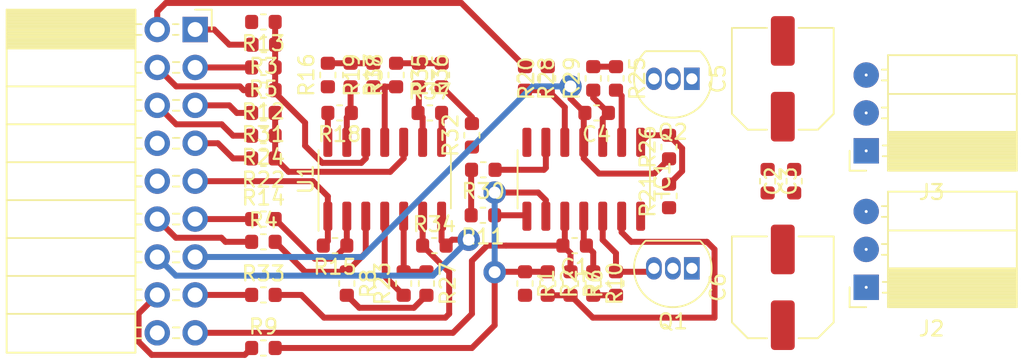
<source format=kicad_pcb>
(kicad_pcb (version 20171130) (host pcbnew "(5.1.4-0-10_14)")

  (general
    (thickness 1.6)
    (drawings 0)
    (tracks 184)
    (zones 0)
    (modules 51)
    (nets 43)
  )

  (page A4)
  (layers
    (0 F.Cu signal)
    (31 B.Cu signal)
    (32 B.Adhes user hide)
    (33 F.Adhes user hide)
    (34 B.Paste user hide)
    (35 F.Paste user hide)
    (36 B.SilkS user hide)
    (37 F.SilkS user hide)
    (38 B.Mask user hide)
    (39 F.Mask user hide)
    (40 Dwgs.User user hide)
    (41 Cmts.User user hide)
    (42 Eco1.User user hide)
    (43 Eco2.User user hide)
    (44 Edge.Cuts user hide)
    (45 Margin user hide)
    (46 B.CrtYd user hide)
    (47 F.CrtYd user)
    (48 B.Fab user hide)
    (49 F.Fab user hide)
  )

  (setup
    (last_trace_width 0.4)
    (user_trace_width 0.4)
    (user_trace_width 1)
    (trace_clearance 0.2)
    (zone_clearance 0.508)
    (zone_45_only no)
    (trace_min 0.2)
    (via_size 1)
    (via_drill 0.4)
    (via_min_size 0.4)
    (via_min_drill 0.3)
    (user_via 1.5 0.8)
    (uvia_size 0.3)
    (uvia_drill 0.1)
    (uvias_allowed no)
    (uvia_min_size 0.2)
    (uvia_min_drill 0.1)
    (edge_width 0.05)
    (segment_width 0.2)
    (pcb_text_width 0.3)
    (pcb_text_size 1.5 1.5)
    (mod_edge_width 0.12)
    (mod_text_size 1 1)
    (mod_text_width 0.15)
    (pad_size 1.7 1.7)
    (pad_drill 0.2)
    (pad_to_mask_clearance 0.051)
    (solder_mask_min_width 0.25)
    (aux_axis_origin 0 0)
    (visible_elements FFF9FF7F)
    (pcbplotparams
      (layerselection 0x010fc_ffffffff)
      (usegerberextensions false)
      (usegerberattributes false)
      (usegerberadvancedattributes false)
      (creategerberjobfile false)
      (excludeedgelayer true)
      (linewidth 0.100000)
      (plotframeref false)
      (viasonmask false)
      (mode 1)
      (useauxorigin false)
      (hpglpennumber 1)
      (hpglpenspeed 20)
      (hpglpendiameter 15.000000)
      (psnegative false)
      (psa4output false)
      (plotreference true)
      (plotvalue true)
      (plotinvisibletext false)
      (padsonsilk false)
      (subtractmaskfromsilk false)
      (outputformat 1)
      (mirror false)
      (drillshape 1)
      (scaleselection 1)
      (outputdirectory ""))
  )

  (net 0 "")
  (net 1 "Net-(C1-Pad1)")
  (net 2 +12V)
  (net 3 GND)
  (net 4 -12V)
  (net 5 "Net-(IC1-Pad2)")
  (net 6 "Net-(IC1-Pad1)")
  (net 7 "Net-(Q1-Pad2)")
  (net 8 "Net-(R14-Pad2)")
  (net 9 "Net-(R16-Pad2)")
  (net 10 "Net-(R17-Pad2)")
  (net 11 /WSSaw1)
  (net 12 /WSSaw2)
  (net 13 "Net-(C4-Pad1)")
  (net 14 "Net-(IC1-Pad13)")
  (net 15 "Net-(IC1-Pad12)")
  (net 16 "Net-(IC1-Pad9)")
  (net 17 "Net-(IC1-Pad8)")
  (net 18 "Net-(IC1-Pad6)")
  (net 19 "Net-(IC1-Pad5)")
  (net 20 /WS1)
  (net 21 /Freq1)
  (net 22 /Out1)
  (net 23 /CV11)
  (net 24 /CV12)
  (net 25 /WSPulse1)
  (net 26 /WS2)
  (net 27 /Freq2)
  (net 28 /Out2)
  (net 29 /CV21)
  (net 30 /CV22)
  (net 31 /WSPulse2)
  (net 32 "Net-(Q2-Pad2)")
  (net 33 "Net-(R12-Pad1)")
  (net 34 "Net-(R4-Pad2)")
  (net 35 "Net-(R10-Pad2)")
  (net 36 "Net-(R22-Pad1)")
  (net 37 "Net-(R23-Pad2)")
  (net 38 "Net-(R25-Pad1)")
  (net 39 "Net-(R33-Pad2)")
  (net 40 "Net-(R35-Pad2)")
  (net 41 "Net-(R36-Pad2)")
  (net 42 "Net-(J1-Pad18)")

  (net_class Default "This is the default net class."
    (clearance 0.2)
    (trace_width 0.4)
    (via_dia 1)
    (via_drill 0.4)
    (uvia_dia 0.3)
    (uvia_drill 0.1)
    (add_net +12V)
    (add_net -12V)
    (add_net /CV11)
    (add_net /CV12)
    (add_net /CV21)
    (add_net /CV22)
    (add_net /Freq1)
    (add_net /Freq2)
    (add_net /Out1)
    (add_net /Out2)
    (add_net /WS1)
    (add_net /WS2)
    (add_net /WSPulse1)
    (add_net /WSPulse2)
    (add_net /WSSaw1)
    (add_net /WSSaw2)
    (add_net GND)
    (add_net "Net-(C1-Pad1)")
    (add_net "Net-(C4-Pad1)")
    (add_net "Net-(IC1-Pad1)")
    (add_net "Net-(IC1-Pad12)")
    (add_net "Net-(IC1-Pad13)")
    (add_net "Net-(IC1-Pad2)")
    (add_net "Net-(IC1-Pad5)")
    (add_net "Net-(IC1-Pad6)")
    (add_net "Net-(IC1-Pad8)")
    (add_net "Net-(IC1-Pad9)")
    (add_net "Net-(J1-Pad18)")
    (add_net "Net-(Q1-Pad2)")
    (add_net "Net-(Q2-Pad2)")
    (add_net "Net-(R10-Pad2)")
    (add_net "Net-(R12-Pad1)")
    (add_net "Net-(R14-Pad2)")
    (add_net "Net-(R16-Pad2)")
    (add_net "Net-(R17-Pad2)")
    (add_net "Net-(R22-Pad1)")
    (add_net "Net-(R23-Pad2)")
    (add_net "Net-(R25-Pad1)")
    (add_net "Net-(R33-Pad2)")
    (add_net "Net-(R35-Pad2)")
    (add_net "Net-(R36-Pad2)")
    (add_net "Net-(R4-Pad2)")
  )

  (module Connector_PinSocket_2.54mm:PinSocket_2x09_P2.54mm_Horizontal (layer F.Cu) (tedit 5A19A427) (tstamp 5E0EE31F)
    (at 30.226 21.336)
    (descr "Through hole angled socket strip, 2x09, 2.54mm pitch, 8.51mm socket length, double cols (from Kicad 4.0.7), script generated")
    (tags "Through hole angled socket strip THT 2x09 2.54mm double row")
    (path /5DE3372F)
    (fp_text reference J1 (at -5.65 -2.77) (layer F.SilkS)
      (effects (font (size 1 1) (thickness 0.15)))
    )
    (fp_text value Conn_02x09_Odd_Even (at -5.65 23.09) (layer F.Fab)
      (effects (font (size 1 1) (thickness 0.15)))
    )
    (fp_text user %R (at -8.315 10.16 90) (layer F.Fab)
      (effects (font (size 1 1) (thickness 0.15)))
    )
    (fp_line (start 1.8 22.15) (end 1.8 -1.75) (layer F.CrtYd) (width 0.05))
    (fp_line (start -13.05 22.15) (end 1.8 22.15) (layer F.CrtYd) (width 0.05))
    (fp_line (start -13.05 -1.75) (end -13.05 22.15) (layer F.CrtYd) (width 0.05))
    (fp_line (start 1.8 -1.75) (end -13.05 -1.75) (layer F.CrtYd) (width 0.05))
    (fp_line (start 0 -1.33) (end 1.11 -1.33) (layer F.SilkS) (width 0.12))
    (fp_line (start 1.11 -1.33) (end 1.11 0) (layer F.SilkS) (width 0.12))
    (fp_line (start -12.63 -1.33) (end -12.63 21.65) (layer F.SilkS) (width 0.12))
    (fp_line (start -12.63 21.65) (end -4 21.65) (layer F.SilkS) (width 0.12))
    (fp_line (start -4 -1.33) (end -4 21.65) (layer F.SilkS) (width 0.12))
    (fp_line (start -12.63 -1.33) (end -4 -1.33) (layer F.SilkS) (width 0.12))
    (fp_line (start -12.63 19.05) (end -4 19.05) (layer F.SilkS) (width 0.12))
    (fp_line (start -12.63 16.51) (end -4 16.51) (layer F.SilkS) (width 0.12))
    (fp_line (start -12.63 13.97) (end -4 13.97) (layer F.SilkS) (width 0.12))
    (fp_line (start -12.63 11.43) (end -4 11.43) (layer F.SilkS) (width 0.12))
    (fp_line (start -12.63 8.89) (end -4 8.89) (layer F.SilkS) (width 0.12))
    (fp_line (start -12.63 6.35) (end -4 6.35) (layer F.SilkS) (width 0.12))
    (fp_line (start -12.63 3.81) (end -4 3.81) (layer F.SilkS) (width 0.12))
    (fp_line (start -12.63 1.27) (end -4 1.27) (layer F.SilkS) (width 0.12))
    (fp_line (start -1.49 20.68) (end -1.05 20.68) (layer F.SilkS) (width 0.12))
    (fp_line (start -4 20.68) (end -3.59 20.68) (layer F.SilkS) (width 0.12))
    (fp_line (start -1.49 19.96) (end -1.05 19.96) (layer F.SilkS) (width 0.12))
    (fp_line (start -4 19.96) (end -3.59 19.96) (layer F.SilkS) (width 0.12))
    (fp_line (start -1.49 18.14) (end -1.05 18.14) (layer F.SilkS) (width 0.12))
    (fp_line (start -4 18.14) (end -3.59 18.14) (layer F.SilkS) (width 0.12))
    (fp_line (start -1.49 17.42) (end -1.05 17.42) (layer F.SilkS) (width 0.12))
    (fp_line (start -4 17.42) (end -3.59 17.42) (layer F.SilkS) (width 0.12))
    (fp_line (start -1.49 15.6) (end -1.05 15.6) (layer F.SilkS) (width 0.12))
    (fp_line (start -4 15.6) (end -3.59 15.6) (layer F.SilkS) (width 0.12))
    (fp_line (start -1.49 14.88) (end -1.05 14.88) (layer F.SilkS) (width 0.12))
    (fp_line (start -4 14.88) (end -3.59 14.88) (layer F.SilkS) (width 0.12))
    (fp_line (start -1.49 13.06) (end -1.05 13.06) (layer F.SilkS) (width 0.12))
    (fp_line (start -4 13.06) (end -3.59 13.06) (layer F.SilkS) (width 0.12))
    (fp_line (start -1.49 12.34) (end -1.05 12.34) (layer F.SilkS) (width 0.12))
    (fp_line (start -4 12.34) (end -3.59 12.34) (layer F.SilkS) (width 0.12))
    (fp_line (start -1.49 10.52) (end -1.05 10.52) (layer F.SilkS) (width 0.12))
    (fp_line (start -4 10.52) (end -3.59 10.52) (layer F.SilkS) (width 0.12))
    (fp_line (start -1.49 9.8) (end -1.05 9.8) (layer F.SilkS) (width 0.12))
    (fp_line (start -4 9.8) (end -3.59 9.8) (layer F.SilkS) (width 0.12))
    (fp_line (start -1.49 7.98) (end -1.05 7.98) (layer F.SilkS) (width 0.12))
    (fp_line (start -4 7.98) (end -3.59 7.98) (layer F.SilkS) (width 0.12))
    (fp_line (start -1.49 7.26) (end -1.05 7.26) (layer F.SilkS) (width 0.12))
    (fp_line (start -4 7.26) (end -3.59 7.26) (layer F.SilkS) (width 0.12))
    (fp_line (start -1.49 5.44) (end -1.05 5.44) (layer F.SilkS) (width 0.12))
    (fp_line (start -4 5.44) (end -3.59 5.44) (layer F.SilkS) (width 0.12))
    (fp_line (start -1.49 4.72) (end -1.05 4.72) (layer F.SilkS) (width 0.12))
    (fp_line (start -4 4.72) (end -3.59 4.72) (layer F.SilkS) (width 0.12))
    (fp_line (start -1.49 2.9) (end -1.05 2.9) (layer F.SilkS) (width 0.12))
    (fp_line (start -4 2.9) (end -3.59 2.9) (layer F.SilkS) (width 0.12))
    (fp_line (start -1.49 2.18) (end -1.05 2.18) (layer F.SilkS) (width 0.12))
    (fp_line (start -4 2.18) (end -3.59 2.18) (layer F.SilkS) (width 0.12))
    (fp_line (start -1.49 0.36) (end -1.11 0.36) (layer F.SilkS) (width 0.12))
    (fp_line (start -4 0.36) (end -3.59 0.36) (layer F.SilkS) (width 0.12))
    (fp_line (start -1.49 -0.36) (end -1.11 -0.36) (layer F.SilkS) (width 0.12))
    (fp_line (start -4 -0.36) (end -3.59 -0.36) (layer F.SilkS) (width 0.12))
    (fp_line (start -12.63 1.1519) (end -4 1.1519) (layer F.SilkS) (width 0.12))
    (fp_line (start -12.63 1.033805) (end -4 1.033805) (layer F.SilkS) (width 0.12))
    (fp_line (start -12.63 0.91571) (end -4 0.91571) (layer F.SilkS) (width 0.12))
    (fp_line (start -12.63 0.797615) (end -4 0.797615) (layer F.SilkS) (width 0.12))
    (fp_line (start -12.63 0.67952) (end -4 0.67952) (layer F.SilkS) (width 0.12))
    (fp_line (start -12.63 0.561425) (end -4 0.561425) (layer F.SilkS) (width 0.12))
    (fp_line (start -12.63 0.44333) (end -4 0.44333) (layer F.SilkS) (width 0.12))
    (fp_line (start -12.63 0.325235) (end -4 0.325235) (layer F.SilkS) (width 0.12))
    (fp_line (start -12.63 0.20714) (end -4 0.20714) (layer F.SilkS) (width 0.12))
    (fp_line (start -12.63 0.089045) (end -4 0.089045) (layer F.SilkS) (width 0.12))
    (fp_line (start -12.63 -0.02905) (end -4 -0.02905) (layer F.SilkS) (width 0.12))
    (fp_line (start -12.63 -0.147145) (end -4 -0.147145) (layer F.SilkS) (width 0.12))
    (fp_line (start -12.63 -0.26524) (end -4 -0.26524) (layer F.SilkS) (width 0.12))
    (fp_line (start -12.63 -0.383335) (end -4 -0.383335) (layer F.SilkS) (width 0.12))
    (fp_line (start -12.63 -0.50143) (end -4 -0.50143) (layer F.SilkS) (width 0.12))
    (fp_line (start -12.63 -0.619525) (end -4 -0.619525) (layer F.SilkS) (width 0.12))
    (fp_line (start -12.63 -0.73762) (end -4 -0.73762) (layer F.SilkS) (width 0.12))
    (fp_line (start -12.63 -0.855715) (end -4 -0.855715) (layer F.SilkS) (width 0.12))
    (fp_line (start -12.63 -0.97381) (end -4 -0.97381) (layer F.SilkS) (width 0.12))
    (fp_line (start -12.63 -1.091905) (end -4 -1.091905) (layer F.SilkS) (width 0.12))
    (fp_line (start -12.63 -1.21) (end -4 -1.21) (layer F.SilkS) (width 0.12))
    (fp_line (start 0 20.62) (end 0 20.02) (layer F.Fab) (width 0.1))
    (fp_line (start -4.06 20.62) (end 0 20.62) (layer F.Fab) (width 0.1))
    (fp_line (start 0 20.02) (end -4.06 20.02) (layer F.Fab) (width 0.1))
    (fp_line (start 0 18.08) (end 0 17.48) (layer F.Fab) (width 0.1))
    (fp_line (start -4.06 18.08) (end 0 18.08) (layer F.Fab) (width 0.1))
    (fp_line (start 0 17.48) (end -4.06 17.48) (layer F.Fab) (width 0.1))
    (fp_line (start 0 15.54) (end 0 14.94) (layer F.Fab) (width 0.1))
    (fp_line (start -4.06 15.54) (end 0 15.54) (layer F.Fab) (width 0.1))
    (fp_line (start 0 14.94) (end -4.06 14.94) (layer F.Fab) (width 0.1))
    (fp_line (start 0 13) (end 0 12.4) (layer F.Fab) (width 0.1))
    (fp_line (start -4.06 13) (end 0 13) (layer F.Fab) (width 0.1))
    (fp_line (start 0 12.4) (end -4.06 12.4) (layer F.Fab) (width 0.1))
    (fp_line (start 0 10.46) (end 0 9.86) (layer F.Fab) (width 0.1))
    (fp_line (start -4.06 10.46) (end 0 10.46) (layer F.Fab) (width 0.1))
    (fp_line (start 0 9.86) (end -4.06 9.86) (layer F.Fab) (width 0.1))
    (fp_line (start 0 7.92) (end 0 7.32) (layer F.Fab) (width 0.1))
    (fp_line (start -4.06 7.92) (end 0 7.92) (layer F.Fab) (width 0.1))
    (fp_line (start 0 7.32) (end -4.06 7.32) (layer F.Fab) (width 0.1))
    (fp_line (start 0 5.38) (end 0 4.78) (layer F.Fab) (width 0.1))
    (fp_line (start -4.06 5.38) (end 0 5.38) (layer F.Fab) (width 0.1))
    (fp_line (start 0 4.78) (end -4.06 4.78) (layer F.Fab) (width 0.1))
    (fp_line (start 0 2.84) (end 0 2.24) (layer F.Fab) (width 0.1))
    (fp_line (start -4.06 2.84) (end 0 2.84) (layer F.Fab) (width 0.1))
    (fp_line (start 0 2.24) (end -4.06 2.24) (layer F.Fab) (width 0.1))
    (fp_line (start 0 0.3) (end 0 -0.3) (layer F.Fab) (width 0.1))
    (fp_line (start -4.06 0.3) (end 0 0.3) (layer F.Fab) (width 0.1))
    (fp_line (start 0 -0.3) (end -4.06 -0.3) (layer F.Fab) (width 0.1))
    (fp_line (start -12.57 21.59) (end -12.57 -1.27) (layer F.Fab) (width 0.1))
    (fp_line (start -4.06 21.59) (end -12.57 21.59) (layer F.Fab) (width 0.1))
    (fp_line (start -4.06 -0.3) (end -4.06 21.59) (layer F.Fab) (width 0.1))
    (fp_line (start -5.03 -1.27) (end -4.06 -0.3) (layer F.Fab) (width 0.1))
    (fp_line (start -12.57 -1.27) (end -5.03 -1.27) (layer F.Fab) (width 0.1))
    (pad 18 thru_hole oval (at -2.54 20.32) (size 1.7 1.7) (drill 1) (layers *.Cu *.Mask)
      (net 42 "Net-(J1-Pad18)"))
    (pad 17 thru_hole oval (at 0 20.32) (size 1.7 1.7) (drill 1) (layers *.Cu *.Mask)
      (net 11 /WSSaw1))
    (pad 16 thru_hole oval (at -2.54 17.78) (size 1.7 1.7) (drill 1) (layers *.Cu *.Mask)
      (net 25 /WSPulse1))
    (pad 15 thru_hole oval (at 0 17.78) (size 1.7 1.7) (drill 1) (layers *.Cu *.Mask)
      (net 26 /WS2))
    (pad 14 thru_hole oval (at -2.54 15.24) (size 1.7 1.7) (drill 1) (layers *.Cu *.Mask)
      (net 28 /Out2))
    (pad 13 thru_hole oval (at 0 15.24) (size 1.7 1.7) (drill 1) (layers *.Cu *.Mask)
      (net 12 /WSSaw2))
    (pad 12 thru_hole oval (at -2.54 12.7) (size 1.7 1.7) (drill 1) (layers *.Cu *.Mask)
      (net 2 +12V))
    (pad 11 thru_hole oval (at 0 12.7) (size 1.7 1.7) (drill 1) (layers *.Cu *.Mask)
      (net 20 /WS1))
    (pad 10 thru_hole oval (at -2.54 10.16) (size 1.7 1.7) (drill 1) (layers *.Cu *.Mask)
      (net 4 -12V))
    (pad 9 thru_hole oval (at 0 10.16) (size 1.7 1.7) (drill 1) (layers *.Cu *.Mask)
      (net 22 /Out1))
    (pad 8 thru_hole oval (at -2.54 7.62) (size 1.7 1.7) (drill 1) (layers *.Cu *.Mask)
      (net 3 GND))
    (pad 7 thru_hole oval (at 0 7.62) (size 1.7 1.7) (drill 1) (layers *.Cu *.Mask)
      (net 27 /Freq2))
    (pad 6 thru_hole oval (at -2.54 5.08) (size 1.7 1.7) (drill 1) (layers *.Cu *.Mask)
      (net 29 /CV21))
    (pad 5 thru_hole oval (at 0 5.08) (size 1.7 1.7) (drill 1) (layers *.Cu *.Mask)
      (net 30 /CV22))
    (pad 4 thru_hole oval (at -2.54 2.54) (size 1.7 1.7) (drill 1) (layers *.Cu *.Mask)
      (net 24 /CV12))
    (pad 3 thru_hole oval (at 0 2.54) (size 1.7 1.7) (drill 1) (layers *.Cu *.Mask)
      (net 23 /CV11))
    (pad 2 thru_hole oval (at -2.54 0) (size 1.7 1.7) (drill 1) (layers *.Cu *.Mask)
      (net 31 /WSPulse2))
    (pad 1 thru_hole rect (at 0 0) (size 1.7 1.7) (drill 1) (layers *.Cu *.Mask)
      (net 21 /Freq1))
    (model ${KISYS3DMOD}/Connector_PinSocket_2.54mm.3dshapes/PinSocket_2x09_P2.54mm_Horizontal.wrl
      (at (xyz 0 0 0))
      (scale (xyz 1 1 1))
      (rotate (xyz 0 0 0))
    )
  )

  (module Connector_PinSocket_2.54mm:PinSocket_1x03_P2.54mm_Horizontal (layer F.Cu) (tedit 5E0CA29A) (tstamp 5DBA7B0E)
    (at 75.184 29.464 180)
    (descr "Through hole angled socket strip, 1x03, 2.54mm pitch, 8.51mm socket length, single row (from Kicad 4.0.7), script generated")
    (tags "Through hole angled socket strip THT 1x03 2.54mm single row")
    (path /5DE3363E)
    (fp_text reference J3 (at -4.38 -2.77) (layer F.SilkS)
      (effects (font (size 1 1) (thickness 0.15)))
    )
    (fp_text value Conn_01x03 (at -4.38 7.85) (layer F.Fab)
      (effects (font (size 1 1) (thickness 0.15)))
    )
    (fp_text user %R (at -5.775 2.54) (layer F.Fab)
      (effects (font (size 1 1) (thickness 0.15)))
    )
    (fp_line (start 1.75 6.85) (end 1.75 -1.8) (layer F.CrtYd) (width 0.05))
    (fp_line (start -10.55 6.85) (end 1.75 6.85) (layer F.CrtYd) (width 0.05))
    (fp_line (start -10.55 -1.8) (end -10.55 6.85) (layer F.CrtYd) (width 0.05))
    (fp_line (start 1.75 -1.8) (end -10.55 -1.8) (layer F.CrtYd) (width 0.05))
    (fp_line (start 0 -1.33) (end 1.11 -1.33) (layer F.SilkS) (width 0.12))
    (fp_line (start 1.11 -1.33) (end 1.11 0) (layer F.SilkS) (width 0.12))
    (fp_line (start -10.09 -1.33) (end -10.09 6.41) (layer F.SilkS) (width 0.12))
    (fp_line (start -10.09 6.41) (end -1.46 6.41) (layer F.SilkS) (width 0.12))
    (fp_line (start -1.46 -1.33) (end -1.46 6.41) (layer F.SilkS) (width 0.12))
    (fp_line (start -10.09 -1.33) (end -1.46 -1.33) (layer F.SilkS) (width 0.12))
    (fp_line (start -10.09 3.81) (end -1.46 3.81) (layer F.SilkS) (width 0.12))
    (fp_line (start -10.09 1.27) (end -1.46 1.27) (layer F.SilkS) (width 0.12))
    (fp_line (start -1.46 5.44) (end -1.05 5.44) (layer F.SilkS) (width 0.12))
    (fp_line (start -1.46 4.72) (end -1.05 4.72) (layer F.SilkS) (width 0.12))
    (fp_line (start -1.46 2.9) (end -1.05 2.9) (layer F.SilkS) (width 0.12))
    (fp_line (start -1.46 2.18) (end -1.05 2.18) (layer F.SilkS) (width 0.12))
    (fp_line (start -1.46 0.36) (end -1.11 0.36) (layer F.SilkS) (width 0.12))
    (fp_line (start -1.46 -0.36) (end -1.11 -0.36) (layer F.SilkS) (width 0.12))
    (fp_line (start -10.09 1.1519) (end -1.46 1.1519) (layer F.SilkS) (width 0.12))
    (fp_line (start -10.09 1.033805) (end -1.46 1.033805) (layer F.SilkS) (width 0.12))
    (fp_line (start -10.09 0.91571) (end -1.46 0.91571) (layer F.SilkS) (width 0.12))
    (fp_line (start -10.09 0.797615) (end -1.46 0.797615) (layer F.SilkS) (width 0.12))
    (fp_line (start -10.09 0.67952) (end -1.46 0.67952) (layer F.SilkS) (width 0.12))
    (fp_line (start -10.09 0.561425) (end -1.46 0.561425) (layer F.SilkS) (width 0.12))
    (fp_line (start -10.09 0.44333) (end -1.46 0.44333) (layer F.SilkS) (width 0.12))
    (fp_line (start -10.09 0.325235) (end -1.46 0.325235) (layer F.SilkS) (width 0.12))
    (fp_line (start -10.09 0.20714) (end -1.46 0.20714) (layer F.SilkS) (width 0.12))
    (fp_line (start -10.09 0.089045) (end -1.46 0.089045) (layer F.SilkS) (width 0.12))
    (fp_line (start -10.09 -0.02905) (end -1.46 -0.02905) (layer F.SilkS) (width 0.12))
    (fp_line (start -10.09 -0.147145) (end -1.46 -0.147145) (layer F.SilkS) (width 0.12))
    (fp_line (start -10.09 -0.26524) (end -1.46 -0.26524) (layer F.SilkS) (width 0.12))
    (fp_line (start -10.09 -0.383335) (end -1.46 -0.383335) (layer F.SilkS) (width 0.12))
    (fp_line (start -10.09 -0.50143) (end -1.46 -0.50143) (layer F.SilkS) (width 0.12))
    (fp_line (start -10.09 -0.619525) (end -1.46 -0.619525) (layer F.SilkS) (width 0.12))
    (fp_line (start -10.09 -0.73762) (end -1.46 -0.73762) (layer F.SilkS) (width 0.12))
    (fp_line (start -10.09 -0.855715) (end -1.46 -0.855715) (layer F.SilkS) (width 0.12))
    (fp_line (start -10.09 -0.97381) (end -1.46 -0.97381) (layer F.SilkS) (width 0.12))
    (fp_line (start -10.09 -1.091905) (end -1.46 -1.091905) (layer F.SilkS) (width 0.12))
    (fp_line (start -10.09 -1.21) (end -1.46 -1.21) (layer F.SilkS) (width 0.12))
    (fp_line (start 0 5.38) (end 0 4.78) (layer F.Fab) (width 0.1))
    (fp_line (start -1.52 5.38) (end 0 5.38) (layer F.Fab) (width 0.1))
    (fp_line (start 0 4.78) (end -1.52 4.78) (layer F.Fab) (width 0.1))
    (fp_line (start 0 2.84) (end 0 2.24) (layer F.Fab) (width 0.1))
    (fp_line (start -1.52 2.84) (end 0 2.84) (layer F.Fab) (width 0.1))
    (fp_line (start 0 2.24) (end -1.52 2.24) (layer F.Fab) (width 0.1))
    (fp_line (start 0 0.3) (end 0 -0.3) (layer F.Fab) (width 0.1))
    (fp_line (start -1.52 0.3) (end 0 0.3) (layer F.Fab) (width 0.1))
    (fp_line (start 0 -0.3) (end -1.52 -0.3) (layer F.Fab) (width 0.1))
    (fp_line (start -10.03 6.35) (end -10.03 -1.27) (layer F.Fab) (width 0.1))
    (fp_line (start -1.52 6.35) (end -10.03 6.35) (layer F.Fab) (width 0.1))
    (fp_line (start -1.52 -0.3) (end -1.52 6.35) (layer F.Fab) (width 0.1))
    (fp_line (start -2.49 -1.27) (end -1.52 -0.3) (layer F.Fab) (width 0.1))
    (fp_line (start -10.03 -1.27) (end -2.49 -1.27) (layer F.Fab) (width 0.1))
    (pad 3 thru_hole oval (at 0 5.08 180) (size 1.7 1.7) (drill 0.2) (layers *.Cu *.Mask)
      (net 3 GND))
    (pad 2 thru_hole oval (at 0 2.54 180) (size 1.7 1.7) (drill 0.2) (layers *.Cu *.Mask)
      (net 2 +12V))
    (pad 1 thru_hole rect (at 0 0 180) (size 1.7 1.7) (drill 0.2) (layers *.Cu *.Mask)
      (net 4 -12V))
    (model ${KISYS3DMOD}/Connector_PinSocket_2.54mm.3dshapes/PinSocket_1x03_P2.54mm_Horizontal.wrl
      (at (xyz 0 0 0))
      (scale (xyz 1 1 1))
      (rotate (xyz 0 0 0))
    )
  )

  (module Connector_PinSocket_2.54mm:PinSocket_1x03_P2.54mm_Horizontal (layer F.Cu) (tedit 5E0CA2A6) (tstamp 5DBA7AD1)
    (at 75.184 38.608 180)
    (descr "Through hole angled socket strip, 1x03, 2.54mm pitch, 8.51mm socket length, single row (from Kicad 4.0.7), script generated")
    (tags "Through hole angled socket strip THT 1x03 2.54mm single row")
    (path /5DE33645)
    (fp_text reference J2 (at -4.38 -2.77) (layer F.SilkS)
      (effects (font (size 1 1) (thickness 0.15)))
    )
    (fp_text value Conn_01x03 (at -4.38 7.85) (layer F.Fab)
      (effects (font (size 1 1) (thickness 0.15)))
    )
    (fp_text user %R (at -5.775 2.54) (layer F.Fab)
      (effects (font (size 1 1) (thickness 0.15)))
    )
    (fp_line (start 1.75 6.85) (end 1.75 -1.8) (layer F.CrtYd) (width 0.05))
    (fp_line (start -10.55 6.85) (end 1.75 6.85) (layer F.CrtYd) (width 0.05))
    (fp_line (start -10.55 -1.8) (end -10.55 6.85) (layer F.CrtYd) (width 0.05))
    (fp_line (start 1.75 -1.8) (end -10.55 -1.8) (layer F.CrtYd) (width 0.05))
    (fp_line (start 0 -1.33) (end 1.11 -1.33) (layer F.SilkS) (width 0.12))
    (fp_line (start 1.11 -1.33) (end 1.11 0) (layer F.SilkS) (width 0.12))
    (fp_line (start -10.09 -1.33) (end -10.09 6.41) (layer F.SilkS) (width 0.12))
    (fp_line (start -10.09 6.41) (end -1.46 6.41) (layer F.SilkS) (width 0.12))
    (fp_line (start -1.46 -1.33) (end -1.46 6.41) (layer F.SilkS) (width 0.12))
    (fp_line (start -10.09 -1.33) (end -1.46 -1.33) (layer F.SilkS) (width 0.12))
    (fp_line (start -10.09 3.81) (end -1.46 3.81) (layer F.SilkS) (width 0.12))
    (fp_line (start -10.09 1.27) (end -1.46 1.27) (layer F.SilkS) (width 0.12))
    (fp_line (start -1.46 5.44) (end -1.05 5.44) (layer F.SilkS) (width 0.12))
    (fp_line (start -1.46 4.72) (end -1.05 4.72) (layer F.SilkS) (width 0.12))
    (fp_line (start -1.46 2.9) (end -1.05 2.9) (layer F.SilkS) (width 0.12))
    (fp_line (start -1.46 2.18) (end -1.05 2.18) (layer F.SilkS) (width 0.12))
    (fp_line (start -1.46 0.36) (end -1.11 0.36) (layer F.SilkS) (width 0.12))
    (fp_line (start -1.46 -0.36) (end -1.11 -0.36) (layer F.SilkS) (width 0.12))
    (fp_line (start -10.09 1.1519) (end -1.46 1.1519) (layer F.SilkS) (width 0.12))
    (fp_line (start -10.09 1.033805) (end -1.46 1.033805) (layer F.SilkS) (width 0.12))
    (fp_line (start -10.09 0.91571) (end -1.46 0.91571) (layer F.SilkS) (width 0.12))
    (fp_line (start -10.09 0.797615) (end -1.46 0.797615) (layer F.SilkS) (width 0.12))
    (fp_line (start -10.09 0.67952) (end -1.46 0.67952) (layer F.SilkS) (width 0.12))
    (fp_line (start -10.09 0.561425) (end -1.46 0.561425) (layer F.SilkS) (width 0.12))
    (fp_line (start -10.09 0.44333) (end -1.46 0.44333) (layer F.SilkS) (width 0.12))
    (fp_line (start -10.09 0.325235) (end -1.46 0.325235) (layer F.SilkS) (width 0.12))
    (fp_line (start -10.09 0.20714) (end -1.46 0.20714) (layer F.SilkS) (width 0.12))
    (fp_line (start -10.09 0.089045) (end -1.46 0.089045) (layer F.SilkS) (width 0.12))
    (fp_line (start -10.09 -0.02905) (end -1.46 -0.02905) (layer F.SilkS) (width 0.12))
    (fp_line (start -10.09 -0.147145) (end -1.46 -0.147145) (layer F.SilkS) (width 0.12))
    (fp_line (start -10.09 -0.26524) (end -1.46 -0.26524) (layer F.SilkS) (width 0.12))
    (fp_line (start -10.09 -0.383335) (end -1.46 -0.383335) (layer F.SilkS) (width 0.12))
    (fp_line (start -10.09 -0.50143) (end -1.46 -0.50143) (layer F.SilkS) (width 0.12))
    (fp_line (start -10.09 -0.619525) (end -1.46 -0.619525) (layer F.SilkS) (width 0.12))
    (fp_line (start -10.09 -0.73762) (end -1.46 -0.73762) (layer F.SilkS) (width 0.12))
    (fp_line (start -10.09 -0.855715) (end -1.46 -0.855715) (layer F.SilkS) (width 0.12))
    (fp_line (start -10.09 -0.97381) (end -1.46 -0.97381) (layer F.SilkS) (width 0.12))
    (fp_line (start -10.09 -1.091905) (end -1.46 -1.091905) (layer F.SilkS) (width 0.12))
    (fp_line (start -10.09 -1.21) (end -1.46 -1.21) (layer F.SilkS) (width 0.12))
    (fp_line (start 0 5.38) (end 0 4.78) (layer F.Fab) (width 0.1))
    (fp_line (start -1.52 5.38) (end 0 5.38) (layer F.Fab) (width 0.1))
    (fp_line (start 0 4.78) (end -1.52 4.78) (layer F.Fab) (width 0.1))
    (fp_line (start 0 2.84) (end 0 2.24) (layer F.Fab) (width 0.1))
    (fp_line (start -1.52 2.84) (end 0 2.84) (layer F.Fab) (width 0.1))
    (fp_line (start 0 2.24) (end -1.52 2.24) (layer F.Fab) (width 0.1))
    (fp_line (start 0 0.3) (end 0 -0.3) (layer F.Fab) (width 0.1))
    (fp_line (start -1.52 0.3) (end 0 0.3) (layer F.Fab) (width 0.1))
    (fp_line (start 0 -0.3) (end -1.52 -0.3) (layer F.Fab) (width 0.1))
    (fp_line (start -10.03 6.35) (end -10.03 -1.27) (layer F.Fab) (width 0.1))
    (fp_line (start -1.52 6.35) (end -10.03 6.35) (layer F.Fab) (width 0.1))
    (fp_line (start -1.52 -0.3) (end -1.52 6.35) (layer F.Fab) (width 0.1))
    (fp_line (start -2.49 -1.27) (end -1.52 -0.3) (layer F.Fab) (width 0.1))
    (fp_line (start -10.03 -1.27) (end -2.49 -1.27) (layer F.Fab) (width 0.1))
    (pad 3 thru_hole oval (at 0 5.08 180) (size 1.7 1.7) (drill 0.2) (layers *.Cu *.Mask)
      (net 3 GND))
    (pad 2 thru_hole oval (at 0 2.54 180) (size 1.7 1.7) (drill 0.2) (layers *.Cu *.Mask)
      (net 2 +12V))
    (pad 1 thru_hole rect (at 0 0 180) (size 1.7 1.7) (drill 0.2) (layers *.Cu *.Mask)
      (net 4 -12V))
    (model ${KISYS3DMOD}/Connector_PinSocket_2.54mm.3dshapes/PinSocket_1x03_P2.54mm_Horizontal.wrl
      (at (xyz 0 0 0))
      (scale (xyz 1 1 1))
      (rotate (xyz 0 0 0))
    )
  )

  (module Capacitor_SMD:C_Elec_6.3x5.4 (layer F.Cu) (tedit 5BC8D926) (tstamp 5DF2F739)
    (at 69.596 38.608 90)
    (descr "SMD capacitor, aluminum electrolytic nonpolar, 6.3x5.4mm")
    (tags "capacitor electrolyic nonpolar")
    (path /5DEDB204)
    (attr smd)
    (fp_text reference C6 (at 0 -4.35 90) (layer F.SilkS)
      (effects (font (size 1 1) (thickness 0.15)))
    )
    (fp_text value 10u (at 0 4.35 90) (layer F.Fab)
      (effects (font (size 1 1) (thickness 0.15)))
    )
    (fp_text user %R (at 0 0 90) (layer F.Fab)
      (effects (font (size 1 1) (thickness 0.15)))
    )
    (fp_line (start -4.45 1.05) (end -3.55 1.05) (layer F.CrtYd) (width 0.05))
    (fp_line (start -4.45 -1.05) (end -4.45 1.05) (layer F.CrtYd) (width 0.05))
    (fp_line (start -3.55 -1.05) (end -4.45 -1.05) (layer F.CrtYd) (width 0.05))
    (fp_line (start -3.55 1.05) (end -3.55 2.4) (layer F.CrtYd) (width 0.05))
    (fp_line (start -3.55 -2.4) (end -3.55 -1.05) (layer F.CrtYd) (width 0.05))
    (fp_line (start -3.55 -2.4) (end -2.4 -3.55) (layer F.CrtYd) (width 0.05))
    (fp_line (start -3.55 2.4) (end -2.4 3.55) (layer F.CrtYd) (width 0.05))
    (fp_line (start -2.4 -3.55) (end 3.55 -3.55) (layer F.CrtYd) (width 0.05))
    (fp_line (start -2.4 3.55) (end 3.55 3.55) (layer F.CrtYd) (width 0.05))
    (fp_line (start 3.55 1.05) (end 3.55 3.55) (layer F.CrtYd) (width 0.05))
    (fp_line (start 4.45 1.05) (end 3.55 1.05) (layer F.CrtYd) (width 0.05))
    (fp_line (start 4.45 -1.05) (end 4.45 1.05) (layer F.CrtYd) (width 0.05))
    (fp_line (start 3.55 -1.05) (end 4.45 -1.05) (layer F.CrtYd) (width 0.05))
    (fp_line (start 3.55 -3.55) (end 3.55 -1.05) (layer F.CrtYd) (width 0.05))
    (fp_line (start -3.41 2.345563) (end -2.345563 3.41) (layer F.SilkS) (width 0.12))
    (fp_line (start -3.41 -2.345563) (end -2.345563 -3.41) (layer F.SilkS) (width 0.12))
    (fp_line (start -3.41 -2.345563) (end -3.41 -1.06) (layer F.SilkS) (width 0.12))
    (fp_line (start -3.41 2.345563) (end -3.41 1.06) (layer F.SilkS) (width 0.12))
    (fp_line (start -2.345563 3.41) (end 3.41 3.41) (layer F.SilkS) (width 0.12))
    (fp_line (start -2.345563 -3.41) (end 3.41 -3.41) (layer F.SilkS) (width 0.12))
    (fp_line (start 3.41 -3.41) (end 3.41 -1.06) (layer F.SilkS) (width 0.12))
    (fp_line (start 3.41 3.41) (end 3.41 1.06) (layer F.SilkS) (width 0.12))
    (fp_line (start -3.3 2.3) (end -2.3 3.3) (layer F.Fab) (width 0.1))
    (fp_line (start -3.3 -2.3) (end -2.3 -3.3) (layer F.Fab) (width 0.1))
    (fp_line (start -3.3 -2.3) (end -3.3 2.3) (layer F.Fab) (width 0.1))
    (fp_line (start -2.3 3.3) (end 3.3 3.3) (layer F.Fab) (width 0.1))
    (fp_line (start -2.3 -3.3) (end 3.3 -3.3) (layer F.Fab) (width 0.1))
    (fp_line (start 3.3 -3.3) (end 3.3 3.3) (layer F.Fab) (width 0.1))
    (fp_circle (center 0 0) (end 3.15 0) (layer F.Fab) (width 0.1))
    (pad 2 smd roundrect (at 2.5375 0 90) (size 3.325 1.6) (layers F.Cu F.Paste F.Mask) (roundrect_rratio 0.15625)
      (net 4 -12V))
    (pad 1 smd roundrect (at -2.5375 0 90) (size 3.325 1.6) (layers F.Cu F.Paste F.Mask) (roundrect_rratio 0.15625)
      (net 3 GND))
    (model ${KISYS3DMOD}/Capacitor_SMD.3dshapes/C_Elec_6.3x5.4.wrl
      (at (xyz 0 0 0))
      (scale (xyz 1 1 1))
      (rotate (xyz 0 0 0))
    )
  )

  (module Capacitor_SMD:C_Elec_6.3x5.4 (layer F.Cu) (tedit 5BC8D926) (tstamp 5DE5E47D)
    (at 69.596 24.638 90)
    (descr "SMD capacitor, aluminum electrolytic nonpolar, 6.3x5.4mm")
    (tags "capacitor electrolyic nonpolar")
    (path /5DED9E42)
    (attr smd)
    (fp_text reference C5 (at 0 -4.35 90) (layer F.SilkS)
      (effects (font (size 1 1) (thickness 0.15)))
    )
    (fp_text value 10u (at 0 4.35 90) (layer F.Fab)
      (effects (font (size 1 1) (thickness 0.15)))
    )
    (fp_text user %R (at 0 0 90) (layer F.Fab)
      (effects (font (size 1 1) (thickness 0.15)))
    )
    (fp_line (start -4.45 1.05) (end -3.55 1.05) (layer F.CrtYd) (width 0.05))
    (fp_line (start -4.45 -1.05) (end -4.45 1.05) (layer F.CrtYd) (width 0.05))
    (fp_line (start -3.55 -1.05) (end -4.45 -1.05) (layer F.CrtYd) (width 0.05))
    (fp_line (start -3.55 1.05) (end -3.55 2.4) (layer F.CrtYd) (width 0.05))
    (fp_line (start -3.55 -2.4) (end -3.55 -1.05) (layer F.CrtYd) (width 0.05))
    (fp_line (start -3.55 -2.4) (end -2.4 -3.55) (layer F.CrtYd) (width 0.05))
    (fp_line (start -3.55 2.4) (end -2.4 3.55) (layer F.CrtYd) (width 0.05))
    (fp_line (start -2.4 -3.55) (end 3.55 -3.55) (layer F.CrtYd) (width 0.05))
    (fp_line (start -2.4 3.55) (end 3.55 3.55) (layer F.CrtYd) (width 0.05))
    (fp_line (start 3.55 1.05) (end 3.55 3.55) (layer F.CrtYd) (width 0.05))
    (fp_line (start 4.45 1.05) (end 3.55 1.05) (layer F.CrtYd) (width 0.05))
    (fp_line (start 4.45 -1.05) (end 4.45 1.05) (layer F.CrtYd) (width 0.05))
    (fp_line (start 3.55 -1.05) (end 4.45 -1.05) (layer F.CrtYd) (width 0.05))
    (fp_line (start 3.55 -3.55) (end 3.55 -1.05) (layer F.CrtYd) (width 0.05))
    (fp_line (start -3.41 2.345563) (end -2.345563 3.41) (layer F.SilkS) (width 0.12))
    (fp_line (start -3.41 -2.345563) (end -2.345563 -3.41) (layer F.SilkS) (width 0.12))
    (fp_line (start -3.41 -2.345563) (end -3.41 -1.06) (layer F.SilkS) (width 0.12))
    (fp_line (start -3.41 2.345563) (end -3.41 1.06) (layer F.SilkS) (width 0.12))
    (fp_line (start -2.345563 3.41) (end 3.41 3.41) (layer F.SilkS) (width 0.12))
    (fp_line (start -2.345563 -3.41) (end 3.41 -3.41) (layer F.SilkS) (width 0.12))
    (fp_line (start 3.41 -3.41) (end 3.41 -1.06) (layer F.SilkS) (width 0.12))
    (fp_line (start 3.41 3.41) (end 3.41 1.06) (layer F.SilkS) (width 0.12))
    (fp_line (start -3.3 2.3) (end -2.3 3.3) (layer F.Fab) (width 0.1))
    (fp_line (start -3.3 -2.3) (end -2.3 -3.3) (layer F.Fab) (width 0.1))
    (fp_line (start -3.3 -2.3) (end -3.3 2.3) (layer F.Fab) (width 0.1))
    (fp_line (start -2.3 3.3) (end 3.3 3.3) (layer F.Fab) (width 0.1))
    (fp_line (start -2.3 -3.3) (end 3.3 -3.3) (layer F.Fab) (width 0.1))
    (fp_line (start 3.3 -3.3) (end 3.3 3.3) (layer F.Fab) (width 0.1))
    (fp_circle (center 0 0) (end 3.15 0) (layer F.Fab) (width 0.1))
    (pad 2 smd roundrect (at 2.5375 0 90) (size 3.325 1.6) (layers F.Cu F.Paste F.Mask) (roundrect_rratio 0.15625)
      (net 3 GND))
    (pad 1 smd roundrect (at -2.5375 0 90) (size 3.325 1.6) (layers F.Cu F.Paste F.Mask) (roundrect_rratio 0.15625)
      (net 2 +12V))
    (model ${KISYS3DMOD}/Capacitor_SMD.3dshapes/C_Elec_6.3x5.4.wrl
      (at (xyz 0 0 0))
      (scale (xyz 1 1 1))
      (rotate (xyz 0 0 0))
    )
  )

  (module Resistor_SMD:R_0603_1608Metric (layer F.Cu) (tedit 5B301BBD) (tstamp 5DE094D9)
    (at 34.798 29.972 180)
    (descr "Resistor SMD 0603 (1608 Metric), square (rectangular) end terminal, IPC_7351 nominal, (Body size source: http://www.tortai-tech.com/upload/download/2011102023233369053.pdf), generated with kicad-footprint-generator")
    (tags resistor)
    (path /5DE84E53)
    (attr smd)
    (fp_text reference R22 (at 0 -1.43) (layer F.SilkS)
      (effects (font (size 1 1) (thickness 0.15)))
    )
    (fp_text value 270k (at 0 1.43) (layer F.Fab)
      (effects (font (size 1 1) (thickness 0.15)))
    )
    (fp_text user %R (at 0 0) (layer F.Fab)
      (effects (font (size 0.4 0.4) (thickness 0.06)))
    )
    (fp_line (start 1.48 0.73) (end -1.48 0.73) (layer F.CrtYd) (width 0.05))
    (fp_line (start 1.48 -0.73) (end 1.48 0.73) (layer F.CrtYd) (width 0.05))
    (fp_line (start -1.48 -0.73) (end 1.48 -0.73) (layer F.CrtYd) (width 0.05))
    (fp_line (start -1.48 0.73) (end -1.48 -0.73) (layer F.CrtYd) (width 0.05))
    (fp_line (start -0.162779 0.51) (end 0.162779 0.51) (layer F.SilkS) (width 0.12))
    (fp_line (start -0.162779 -0.51) (end 0.162779 -0.51) (layer F.SilkS) (width 0.12))
    (fp_line (start 0.8 0.4) (end -0.8 0.4) (layer F.Fab) (width 0.1))
    (fp_line (start 0.8 -0.4) (end 0.8 0.4) (layer F.Fab) (width 0.1))
    (fp_line (start -0.8 -0.4) (end 0.8 -0.4) (layer F.Fab) (width 0.1))
    (fp_line (start -0.8 0.4) (end -0.8 -0.4) (layer F.Fab) (width 0.1))
    (pad 2 smd roundrect (at 0.7875 0 180) (size 0.875 0.95) (layers F.Cu F.Paste F.Mask) (roundrect_rratio 0.25)
      (net 27 /Freq2))
    (pad 1 smd roundrect (at -0.7875 0 180) (size 0.875 0.95) (layers F.Cu F.Paste F.Mask) (roundrect_rratio 0.25)
      (net 36 "Net-(R22-Pad1)"))
    (model ${KISYS3DMOD}/Resistor_SMD.3dshapes/R_0603_1608Metric.wrl
      (at (xyz 0 0 0))
      (scale (xyz 1 1 1))
      (rotate (xyz 0 0 0))
    )
  )

  (module Package_TO_SOT_THT:TO-92_Inline (layer F.Cu) (tedit 5A1DD157) (tstamp 5DF2F6AC)
    (at 63.5 37.338 180)
    (descr "TO-92 leads in-line, narrow, oval pads, drill 0.75mm (see NXP sot054_po.pdf)")
    (tags "to-92 sc-43 sc-43a sot54 PA33 transistor")
    (path /5DE33677)
    (fp_text reference Q1 (at 1.27 -3.56 180) (layer F.SilkS)
      (effects (font (size 1 1) (thickness 0.15)))
    )
    (fp_text value 2N3904 (at 1.27 2.79 180) (layer F.Fab)
      (effects (font (size 1 1) (thickness 0.15)))
    )
    (fp_arc (start 1.27 0) (end 1.27 -2.6) (angle 135) (layer F.SilkS) (width 0.12))
    (fp_arc (start 1.27 0) (end 1.27 -2.48) (angle -135) (layer F.Fab) (width 0.1))
    (fp_arc (start 1.27 0) (end 1.27 -2.6) (angle -135) (layer F.SilkS) (width 0.12))
    (fp_arc (start 1.27 0) (end 1.27 -2.48) (angle 135) (layer F.Fab) (width 0.1))
    (fp_line (start 4 2.01) (end -1.46 2.01) (layer F.CrtYd) (width 0.05))
    (fp_line (start 4 2.01) (end 4 -2.73) (layer F.CrtYd) (width 0.05))
    (fp_line (start -1.46 -2.73) (end -1.46 2.01) (layer F.CrtYd) (width 0.05))
    (fp_line (start -1.46 -2.73) (end 4 -2.73) (layer F.CrtYd) (width 0.05))
    (fp_line (start -0.5 1.75) (end 3 1.75) (layer F.Fab) (width 0.1))
    (fp_line (start -0.53 1.85) (end 3.07 1.85) (layer F.SilkS) (width 0.12))
    (fp_text user %R (at 1.27 -3.56 180) (layer F.Fab)
      (effects (font (size 1 1) (thickness 0.15)))
    )
    (pad 1 thru_hole rect (at 0 0 180) (size 1.05 1.5) (drill 0.75) (layers *.Cu *.Mask)
      (net 3 GND))
    (pad 3 thru_hole oval (at 2.54 0 180) (size 1.05 1.5) (drill 0.75) (layers *.Cu *.Mask)
      (net 15 "Net-(IC1-Pad12)"))
    (pad 2 thru_hole oval (at 1.27 0 180) (size 1.05 1.5) (drill 0.75) (layers *.Cu *.Mask)
      (net 7 "Net-(Q1-Pad2)"))
    (model ${KISYS3DMOD}/Package_TO_SOT_THT.3dshapes/TO-92_Inline.wrl
      (at (xyz 0 0 0))
      (scale (xyz 1 1 1))
      (rotate (xyz 0 0 0))
    )
  )

  (module Package_TO_SOT_THT:TO-92_Inline (layer F.Cu) (tedit 5A1DD157) (tstamp 5DE09376)
    (at 63.5 24.638 180)
    (descr "TO-92 leads in-line, narrow, oval pads, drill 0.75mm (see NXP sot054_po.pdf)")
    (tags "to-92 sc-43 sc-43a sot54 PA33 transistor")
    (path /5DE84E00)
    (fp_text reference Q2 (at 1.27 -3.56 180) (layer F.SilkS)
      (effects (font (size 1 1) (thickness 0.15)))
    )
    (fp_text value 2N3904 (at 1.27 2.79 180) (layer F.Fab)
      (effects (font (size 1 1) (thickness 0.15)))
    )
    (fp_arc (start 1.27 0) (end 1.27 -2.6) (angle 135) (layer F.SilkS) (width 0.12))
    (fp_arc (start 1.27 0) (end 1.27 -2.48) (angle -135) (layer F.Fab) (width 0.1))
    (fp_arc (start 1.27 0) (end 1.27 -2.6) (angle -135) (layer F.SilkS) (width 0.12))
    (fp_arc (start 1.27 0) (end 1.27 -2.48) (angle 135) (layer F.Fab) (width 0.1))
    (fp_line (start 4 2.01) (end -1.46 2.01) (layer F.CrtYd) (width 0.05))
    (fp_line (start 4 2.01) (end 4 -2.73) (layer F.CrtYd) (width 0.05))
    (fp_line (start -1.46 -2.73) (end -1.46 2.01) (layer F.CrtYd) (width 0.05))
    (fp_line (start -1.46 -2.73) (end 4 -2.73) (layer F.CrtYd) (width 0.05))
    (fp_line (start -0.5 1.75) (end 3 1.75) (layer F.Fab) (width 0.1))
    (fp_line (start -0.53 1.85) (end 3.07 1.85) (layer F.SilkS) (width 0.12))
    (fp_text user %R (at 1.27 -3.56 180) (layer F.Fab)
      (effects (font (size 1 1) (thickness 0.15)))
    )
    (pad 1 thru_hole rect (at 0 0 180) (size 1.05 1.5) (drill 0.75) (layers *.Cu *.Mask)
      (net 3 GND))
    (pad 3 thru_hole oval (at 2.54 0 180) (size 1.05 1.5) (drill 0.75) (layers *.Cu *.Mask)
      (net 5 "Net-(IC1-Pad2)"))
    (pad 2 thru_hole oval (at 1.27 0 180) (size 1.05 1.5) (drill 0.75) (layers *.Cu *.Mask)
      (net 32 "Net-(Q2-Pad2)"))
    (model ${KISYS3DMOD}/Package_TO_SOT_THT.3dshapes/TO-92_Inline.wrl
      (at (xyz 0 0 0))
      (scale (xyz 1 1 1))
      (rotate (xyz 0 0 0))
    )
  )

  (module Resistor_SMD:R_0603_1608Metric (layer F.Cu) (tedit 5B301BBD) (tstamp 5DE094C8)
    (at 61.976 32.4865 90)
    (descr "Resistor SMD 0603 (1608 Metric), square (rectangular) end terminal, IPC_7351 nominal, (Body size source: http://www.tortai-tech.com/upload/download/2011102023233369053.pdf), generated with kicad-footprint-generator")
    (tags resistor)
    (path /5DE84E0E)
    (attr smd)
    (fp_text reference R21 (at 0 -1.43 90) (layer F.SilkS)
      (effects (font (size 1 1) (thickness 0.15)))
    )
    (fp_text value 20k (at 0 1.43 90) (layer F.Fab)
      (effects (font (size 1 1) (thickness 0.15)))
    )
    (fp_text user %R (at 0 0 90) (layer F.Fab)
      (effects (font (size 0.4 0.4) (thickness 0.06)))
    )
    (fp_line (start 1.48 0.73) (end -1.48 0.73) (layer F.CrtYd) (width 0.05))
    (fp_line (start 1.48 -0.73) (end 1.48 0.73) (layer F.CrtYd) (width 0.05))
    (fp_line (start -1.48 -0.73) (end 1.48 -0.73) (layer F.CrtYd) (width 0.05))
    (fp_line (start -1.48 0.73) (end -1.48 -0.73) (layer F.CrtYd) (width 0.05))
    (fp_line (start -0.162779 0.51) (end 0.162779 0.51) (layer F.SilkS) (width 0.12))
    (fp_line (start -0.162779 -0.51) (end 0.162779 -0.51) (layer F.SilkS) (width 0.12))
    (fp_line (start 0.8 0.4) (end -0.8 0.4) (layer F.Fab) (width 0.1))
    (fp_line (start 0.8 -0.4) (end 0.8 0.4) (layer F.Fab) (width 0.1))
    (fp_line (start -0.8 -0.4) (end 0.8 -0.4) (layer F.Fab) (width 0.1))
    (fp_line (start -0.8 0.4) (end -0.8 -0.4) (layer F.Fab) (width 0.1))
    (pad 2 smd roundrect (at 0.7875 0 90) (size 0.875 0.95) (layers F.Cu F.Paste F.Mask) (roundrect_rratio 0.25)
      (net 6 "Net-(IC1-Pad1)"))
    (pad 1 smd roundrect (at -0.7875 0 90) (size 0.875 0.95) (layers F.Cu F.Paste F.Mask) (roundrect_rratio 0.25)
      (net 19 "Net-(IC1-Pad5)"))
    (model ${KISYS3DMOD}/Resistor_SMD.3dshapes/R_0603_1608Metric.wrl
      (at (xyz 0 0 0))
      (scale (xyz 1 1 1))
      (rotate (xyz 0 0 0))
    )
  )

  (module Package_SO:SOIC-14_3.9x8.7mm_P1.27mm (layer F.Cu) (tedit 5C97300E) (tstamp 5DE222B7)
    (at 56.261 31.369 270)
    (descr "SOIC, 14 Pin (JEDEC MS-012AB, https://www.analog.com/media/en/package-pcb-resources/package/pkg_pdf/soic_narrow-r/r_14.pdf), generated with kicad-footprint-generator ipc_gullwing_generator.py")
    (tags "SOIC SO")
    (path /5DE84E8E)
    (attr smd)
    (fp_text reference IC1 (at 0 -5.28 90) (layer F.SilkS)
      (effects (font (size 1 1) (thickness 0.15)))
    )
    (fp_text value LM3900 (at 0 5.28 90) (layer F.Fab)
      (effects (font (size 1 1) (thickness 0.15)))
    )
    (fp_line (start 3.7 -4.58) (end -3.7 -4.58) (layer F.CrtYd) (width 0.05))
    (fp_line (start 3.7 4.58) (end 3.7 -4.58) (layer F.CrtYd) (width 0.05))
    (fp_line (start -3.7 4.58) (end 3.7 4.58) (layer F.CrtYd) (width 0.05))
    (fp_line (start -3.7 -4.58) (end -3.7 4.58) (layer F.CrtYd) (width 0.05))
    (fp_line (start -1.95 -3.35) (end -0.975 -4.325) (layer F.Fab) (width 0.1))
    (fp_line (start -1.95 4.325) (end -1.95 -3.35) (layer F.Fab) (width 0.1))
    (fp_line (start 1.95 4.325) (end -1.95 4.325) (layer F.Fab) (width 0.1))
    (fp_line (start 1.95 -4.325) (end 1.95 4.325) (layer F.Fab) (width 0.1))
    (fp_line (start -0.975 -4.325) (end 1.95 -4.325) (layer F.Fab) (width 0.1))
    (fp_line (start 0 -4.435) (end -3.45 -4.435) (layer F.SilkS) (width 0.12))
    (fp_line (start 0 -4.435) (end 1.95 -4.435) (layer F.SilkS) (width 0.12))
    (fp_line (start 0 4.435) (end -1.95 4.435) (layer F.SilkS) (width 0.12))
    (fp_line (start 0 4.435) (end 1.95 4.435) (layer F.SilkS) (width 0.12))
    (pad 14 smd roundrect (at 2.475 -3.81 270) (size 1.95 0.6) (layers F.Cu F.Paste F.Mask) (roundrect_rratio 0.25)
      (net 2 +12V))
    (pad 13 smd roundrect (at 2.475 -2.54 270) (size 1.95 0.6) (layers F.Cu F.Paste F.Mask) (roundrect_rratio 0.25)
      (net 14 "Net-(IC1-Pad13)"))
    (pad 12 smd roundrect (at 2.475 -1.27 270) (size 1.95 0.6) (layers F.Cu F.Paste F.Mask) (roundrect_rratio 0.25)
      (net 15 "Net-(IC1-Pad12)"))
    (pad 11 smd roundrect (at 2.475 0 270) (size 1.95 0.6) (layers F.Cu F.Paste F.Mask) (roundrect_rratio 0.25)
      (net 1 "Net-(C1-Pad1)"))
    (pad 10 smd roundrect (at 2.475 1.27 270) (size 1.95 0.6) (layers F.Cu F.Paste F.Mask) (roundrect_rratio 0.25)
      (net 11 /WSSaw1))
    (pad 9 smd roundrect (at 2.475 2.54 270) (size 1.95 0.6) (layers F.Cu F.Paste F.Mask) (roundrect_rratio 0.25)
      (net 16 "Net-(IC1-Pad9)"))
    (pad 8 smd roundrect (at 2.475 3.81 270) (size 1.95 0.6) (layers F.Cu F.Paste F.Mask) (roundrect_rratio 0.25)
      (net 17 "Net-(IC1-Pad8)"))
    (pad 7 smd roundrect (at -2.475 3.81 270) (size 1.95 0.6) (layers F.Cu F.Paste F.Mask) (roundrect_rratio 0.25)
      (net 3 GND))
    (pad 6 smd roundrect (at -2.475 2.54 270) (size 1.95 0.6) (layers F.Cu F.Paste F.Mask) (roundrect_rratio 0.25)
      (net 18 "Net-(IC1-Pad6)"))
    (pad 5 smd roundrect (at -2.475 1.27 270) (size 1.95 0.6) (layers F.Cu F.Paste F.Mask) (roundrect_rratio 0.25)
      (net 19 "Net-(IC1-Pad5)"))
    (pad 4 smd roundrect (at -2.475 0 270) (size 1.95 0.6) (layers F.Cu F.Paste F.Mask) (roundrect_rratio 0.25)
      (net 12 /WSSaw2))
    (pad 3 smd roundrect (at -2.475 -1.27 270) (size 1.95 0.6) (layers F.Cu F.Paste F.Mask) (roundrect_rratio 0.25)
      (net 13 "Net-(C4-Pad1)"))
    (pad 2 smd roundrect (at -2.475 -2.54 270) (size 1.95 0.6) (layers F.Cu F.Paste F.Mask) (roundrect_rratio 0.25)
      (net 5 "Net-(IC1-Pad2)"))
    (pad 1 smd roundrect (at -2.475 -3.81 270) (size 1.95 0.6) (layers F.Cu F.Paste F.Mask) (roundrect_rratio 0.25)
      (net 6 "Net-(IC1-Pad1)"))
    (model ${KISYS3DMOD}/Package_SO.3dshapes/SOIC-14_3.9x8.7mm_P1.27mm.wrl
      (at (xyz 0 0 0))
      (scale (xyz 1 1 1))
      (rotate (xyz 0 0 0))
    )
  )

  (module Package_SO:SOIC-14_3.9x8.7mm_P1.27mm (layer F.Cu) (tedit 5C97300E) (tstamp 5DBA7C7D)
    (at 42.926 31.369 90)
    (descr "SOIC, 14 Pin (JEDEC MS-012AB, https://www.analog.com/media/en/package-pcb-resources/package/pkg_pdf/soic_narrow-r/r_14.pdf), generated with kicad-footprint-generator ipc_gullwing_generator.py")
    (tags "SOIC SO")
    (path /5DED19E2)
    (attr smd)
    (fp_text reference U1 (at 0 -5.28 270) (layer F.SilkS)
      (effects (font (size 1 1) (thickness 0.15)))
    )
    (fp_text value TL074 (at 0 5.28 270) (layer F.Fab)
      (effects (font (size 1 1) (thickness 0.15)))
    )
    (fp_text user %R (at 0 0 270) (layer F.Fab)
      (effects (font (size 0.98 0.98) (thickness 0.15)))
    )
    (fp_line (start 3.7 -4.58) (end -3.7 -4.58) (layer F.CrtYd) (width 0.05))
    (fp_line (start 3.7 4.58) (end 3.7 -4.58) (layer F.CrtYd) (width 0.05))
    (fp_line (start -3.7 4.58) (end 3.7 4.58) (layer F.CrtYd) (width 0.05))
    (fp_line (start -3.7 -4.58) (end -3.7 4.58) (layer F.CrtYd) (width 0.05))
    (fp_line (start -1.95 -3.35) (end -0.975 -4.325) (layer F.Fab) (width 0.1))
    (fp_line (start -1.95 4.325) (end -1.95 -3.35) (layer F.Fab) (width 0.1))
    (fp_line (start 1.95 4.325) (end -1.95 4.325) (layer F.Fab) (width 0.1))
    (fp_line (start 1.95 -4.325) (end 1.95 4.325) (layer F.Fab) (width 0.1))
    (fp_line (start -0.975 -4.325) (end 1.95 -4.325) (layer F.Fab) (width 0.1))
    (fp_line (start 0 -4.435) (end -3.45 -4.435) (layer F.SilkS) (width 0.12))
    (fp_line (start 0 -4.435) (end 1.95 -4.435) (layer F.SilkS) (width 0.12))
    (fp_line (start 0 4.435) (end -1.95 4.435) (layer F.SilkS) (width 0.12))
    (fp_line (start 0 4.435) (end 1.95 4.435) (layer F.SilkS) (width 0.12))
    (pad 14 smd roundrect (at 2.475 -3.81 90) (size 1.95 0.6) (layers F.Cu F.Paste F.Mask) (roundrect_rratio 0.25)
      (net 35 "Net-(R10-Pad2)"))
    (pad 13 smd roundrect (at 2.475 -2.54 90) (size 1.95 0.6) (layers F.Cu F.Paste F.Mask) (roundrect_rratio 0.25)
      (net 10 "Net-(R17-Pad2)"))
    (pad 12 smd roundrect (at 2.475 -1.27 90) (size 1.95 0.6) (layers F.Cu F.Paste F.Mask) (roundrect_rratio 0.25)
      (net 33 "Net-(R12-Pad1)"))
    (pad 11 smd roundrect (at 2.475 0 90) (size 1.95 0.6) (layers F.Cu F.Paste F.Mask) (roundrect_rratio 0.25)
      (net 4 -12V))
    (pad 10 smd roundrect (at 2.475 1.27 90) (size 1.95 0.6) (layers F.Cu F.Paste F.Mask) (roundrect_rratio 0.25)
      (net 36 "Net-(R22-Pad1)"))
    (pad 9 smd roundrect (at 2.475 2.54 90) (size 1.95 0.6) (layers F.Cu F.Paste F.Mask) (roundrect_rratio 0.25)
      (net 41 "Net-(R36-Pad2)"))
    (pad 8 smd roundrect (at 2.475 3.81 90) (size 1.95 0.6) (layers F.Cu F.Paste F.Mask) (roundrect_rratio 0.25)
      (net 38 "Net-(R25-Pad1)"))
    (pad 7 smd roundrect (at -2.475 3.81 90) (size 1.95 0.6) (layers F.Cu F.Paste F.Mask) (roundrect_rratio 0.25)
      (net 28 /Out2))
    (pad 6 smd roundrect (at -2.475 2.54 90) (size 1.95 0.6) (layers F.Cu F.Paste F.Mask) (roundrect_rratio 0.25)
      (net 39 "Net-(R33-Pad2)"))
    (pad 5 smd roundrect (at -2.475 1.27 90) (size 1.95 0.6) (layers F.Cu F.Paste F.Mask) (roundrect_rratio 0.25)
      (net 37 "Net-(R23-Pad2)"))
    (pad 4 smd roundrect (at -2.475 0 90) (size 1.95 0.6) (layers F.Cu F.Paste F.Mask) (roundrect_rratio 0.25)
      (net 2 +12V))
    (pad 3 smd roundrect (at -2.475 -1.27 90) (size 1.95 0.6) (layers F.Cu F.Paste F.Mask) (roundrect_rratio 0.25)
      (net 34 "Net-(R4-Pad2)"))
    (pad 2 smd roundrect (at -2.475 -2.54 90) (size 1.95 0.6) (layers F.Cu F.Paste F.Mask) (roundrect_rratio 0.25)
      (net 8 "Net-(R14-Pad2)"))
    (pad 1 smd roundrect (at -2.475 -3.81 90) (size 1.95 0.6) (layers F.Cu F.Paste F.Mask) (roundrect_rratio 0.25)
      (net 22 /Out1))
    (model ${KISYS3DMOD}/Package_SO.3dshapes/SOIC-14_3.9x8.7mm_P1.27mm.wrl
      (at (xyz 0 0 0))
      (scale (xyz 1 1 1))
      (rotate (xyz 0 0 0))
    )
  )

  (module Resistor_SMD:R_0603_1608Metric (layer F.Cu) (tedit 5B301BBD) (tstamp 5DE095E9)
    (at 43.688 24.384 90)
    (descr "Resistor SMD 0603 (1608 Metric), square (rectangular) end terminal, IPC_7351 nominal, (Body size source: http://www.tortai-tech.com/upload/download/2011102023233369053.pdf), generated with kicad-footprint-generator")
    (tags resistor)
    (path /5DE84E6B)
    (attr smd)
    (fp_text reference R38 (at 0 -1.43 270) (layer F.SilkS)
      (effects (font (size 1 1) (thickness 0.15)))
    )
    (fp_text value 270k (at 0 1.43 270) (layer F.Fab)
      (effects (font (size 1 1) (thickness 0.15)))
    )
    (fp_text user %R (at 0 0 270) (layer F.Fab)
      (effects (font (size 0.4 0.4) (thickness 0.06)))
    )
    (fp_line (start 1.48 0.73) (end -1.48 0.73) (layer F.CrtYd) (width 0.05))
    (fp_line (start 1.48 -0.73) (end 1.48 0.73) (layer F.CrtYd) (width 0.05))
    (fp_line (start -1.48 -0.73) (end 1.48 -0.73) (layer F.CrtYd) (width 0.05))
    (fp_line (start -1.48 0.73) (end -1.48 -0.73) (layer F.CrtYd) (width 0.05))
    (fp_line (start -0.162779 0.51) (end 0.162779 0.51) (layer F.SilkS) (width 0.12))
    (fp_line (start -0.162779 -0.51) (end 0.162779 -0.51) (layer F.SilkS) (width 0.12))
    (fp_line (start 0.8 0.4) (end -0.8 0.4) (layer F.Fab) (width 0.1))
    (fp_line (start 0.8 -0.4) (end 0.8 0.4) (layer F.Fab) (width 0.1))
    (fp_line (start -0.8 -0.4) (end 0.8 -0.4) (layer F.Fab) (width 0.1))
    (fp_line (start -0.8 0.4) (end -0.8 -0.4) (layer F.Fab) (width 0.1))
    (pad 2 smd roundrect (at 0.7875 0 90) (size 0.875 0.95) (layers F.Cu F.Paste F.Mask) (roundrect_rratio 0.25)
      (net 40 "Net-(R35-Pad2)"))
    (pad 1 smd roundrect (at -0.7875 0 90) (size 0.875 0.95) (layers F.Cu F.Paste F.Mask) (roundrect_rratio 0.25)
      (net 4 -12V))
    (model ${KISYS3DMOD}/Resistor_SMD.3dshapes/R_0603_1608Metric.wrl
      (at (xyz 0 0 0))
      (scale (xyz 1 1 1))
      (rotate (xyz 0 0 0))
    )
  )

  (module Resistor_SMD:R_0603_1608Metric (layer F.Cu) (tedit 5B301BBD) (tstamp 5DE095D8)
    (at 45.9485 26.924)
    (descr "Resistor SMD 0603 (1608 Metric), square (rectangular) end terminal, IPC_7351 nominal, (Body size source: http://www.tortai-tech.com/upload/download/2011102023233369053.pdf), generated with kicad-footprint-generator")
    (tags resistor)
    (path /5DE84E4D)
    (attr smd)
    (fp_text reference R37 (at 0 -1.43 -180) (layer F.SilkS)
      (effects (font (size 1 1) (thickness 0.15)))
    )
    (fp_text value 200k (at 0 1.43 -180) (layer F.Fab)
      (effects (font (size 1 1) (thickness 0.15)))
    )
    (fp_text user %R (at 0 0 -180) (layer F.Fab)
      (effects (font (size 0.4 0.4) (thickness 0.06)))
    )
    (fp_line (start 1.48 0.73) (end -1.48 0.73) (layer F.CrtYd) (width 0.05))
    (fp_line (start 1.48 -0.73) (end 1.48 0.73) (layer F.CrtYd) (width 0.05))
    (fp_line (start -1.48 -0.73) (end 1.48 -0.73) (layer F.CrtYd) (width 0.05))
    (fp_line (start -1.48 0.73) (end -1.48 -0.73) (layer F.CrtYd) (width 0.05))
    (fp_line (start -0.162779 0.51) (end 0.162779 0.51) (layer F.SilkS) (width 0.12))
    (fp_line (start -0.162779 -0.51) (end 0.162779 -0.51) (layer F.SilkS) (width 0.12))
    (fp_line (start 0.8 0.4) (end -0.8 0.4) (layer F.Fab) (width 0.1))
    (fp_line (start 0.8 -0.4) (end 0.8 0.4) (layer F.Fab) (width 0.1))
    (fp_line (start -0.8 -0.4) (end 0.8 -0.4) (layer F.Fab) (width 0.1))
    (fp_line (start -0.8 0.4) (end -0.8 -0.4) (layer F.Fab) (width 0.1))
    (pad 2 smd roundrect (at 0.7875 0) (size 0.875 0.95) (layers F.Cu F.Paste F.Mask) (roundrect_rratio 0.25)
      (net 38 "Net-(R25-Pad1)"))
    (pad 1 smd roundrect (at -0.7875 0) (size 0.875 0.95) (layers F.Cu F.Paste F.Mask) (roundrect_rratio 0.25)
      (net 41 "Net-(R36-Pad2)"))
    (model ${KISYS3DMOD}/Resistor_SMD.3dshapes/R_0603_1608Metric.wrl
      (at (xyz 0 0 0))
      (scale (xyz 1 1 1))
      (rotate (xyz 0 0 0))
    )
  )

  (module Resistor_SMD:R_0603_1608Metric (layer F.Cu) (tedit 5B301BBD) (tstamp 5DE095C7)
    (at 45.212 24.384 270)
    (descr "Resistor SMD 0603 (1608 Metric), square (rectangular) end terminal, IPC_7351 nominal, (Body size source: http://www.tortai-tech.com/upload/download/2011102023233369053.pdf), generated with kicad-footprint-generator")
    (tags resistor)
    (path /5DE84E71)
    (attr smd)
    (fp_text reference R36 (at 0 -1.43 270) (layer F.SilkS)
      (effects (font (size 1 1) (thickness 0.15)))
    )
    (fp_text value 1k (at 0 1.43 270) (layer F.Fab)
      (effects (font (size 1 1) (thickness 0.15)))
    )
    (fp_text user %R (at 0 0 270) (layer F.Fab)
      (effects (font (size 0.4 0.4) (thickness 0.06)))
    )
    (fp_line (start 1.48 0.73) (end -1.48 0.73) (layer F.CrtYd) (width 0.05))
    (fp_line (start 1.48 -0.73) (end 1.48 0.73) (layer F.CrtYd) (width 0.05))
    (fp_line (start -1.48 -0.73) (end 1.48 -0.73) (layer F.CrtYd) (width 0.05))
    (fp_line (start -1.48 0.73) (end -1.48 -0.73) (layer F.CrtYd) (width 0.05))
    (fp_line (start -0.162779 0.51) (end 0.162779 0.51) (layer F.SilkS) (width 0.12))
    (fp_line (start -0.162779 -0.51) (end 0.162779 -0.51) (layer F.SilkS) (width 0.12))
    (fp_line (start 0.8 0.4) (end -0.8 0.4) (layer F.Fab) (width 0.1))
    (fp_line (start 0.8 -0.4) (end 0.8 0.4) (layer F.Fab) (width 0.1))
    (fp_line (start -0.8 -0.4) (end 0.8 -0.4) (layer F.Fab) (width 0.1))
    (fp_line (start -0.8 0.4) (end -0.8 -0.4) (layer F.Fab) (width 0.1))
    (pad 2 smd roundrect (at 0.7875 0 270) (size 0.875 0.95) (layers F.Cu F.Paste F.Mask) (roundrect_rratio 0.25)
      (net 41 "Net-(R36-Pad2)"))
    (pad 1 smd roundrect (at -0.7875 0 270) (size 0.875 0.95) (layers F.Cu F.Paste F.Mask) (roundrect_rratio 0.25)
      (net 40 "Net-(R35-Pad2)"))
    (model ${KISYS3DMOD}/Resistor_SMD.3dshapes/R_0603_1608Metric.wrl
      (at (xyz 0 0 0))
      (scale (xyz 1 1 1))
      (rotate (xyz 0 0 0))
    )
  )

  (module Resistor_SMD:R_0603_1608Metric (layer F.Cu) (tedit 5B301BBD) (tstamp 5DE095B6)
    (at 46.736 24.384 90)
    (descr "Resistor SMD 0603 (1608 Metric), square (rectangular) end terminal, IPC_7351 nominal, (Body size source: http://www.tortai-tech.com/upload/download/2011102023233369053.pdf), generated with kicad-footprint-generator")
    (tags resistor)
    (path /5DE84E77)
    (attr smd)
    (fp_text reference R35 (at 0 -1.43 270) (layer F.SilkS)
      (effects (font (size 1 1) (thickness 0.15)))
    )
    (fp_text value 1k (at 0 1.43 270) (layer F.Fab)
      (effects (font (size 1 1) (thickness 0.15)))
    )
    (fp_text user %R (at 0 0 270) (layer F.Fab)
      (effects (font (size 0.4 0.4) (thickness 0.06)))
    )
    (fp_line (start 1.48 0.73) (end -1.48 0.73) (layer F.CrtYd) (width 0.05))
    (fp_line (start 1.48 -0.73) (end 1.48 0.73) (layer F.CrtYd) (width 0.05))
    (fp_line (start -1.48 -0.73) (end 1.48 -0.73) (layer F.CrtYd) (width 0.05))
    (fp_line (start -1.48 0.73) (end -1.48 -0.73) (layer F.CrtYd) (width 0.05))
    (fp_line (start -0.162779 0.51) (end 0.162779 0.51) (layer F.SilkS) (width 0.12))
    (fp_line (start -0.162779 -0.51) (end 0.162779 -0.51) (layer F.SilkS) (width 0.12))
    (fp_line (start 0.8 0.4) (end -0.8 0.4) (layer F.Fab) (width 0.1))
    (fp_line (start 0.8 -0.4) (end 0.8 0.4) (layer F.Fab) (width 0.1))
    (fp_line (start -0.8 -0.4) (end 0.8 -0.4) (layer F.Fab) (width 0.1))
    (fp_line (start -0.8 0.4) (end -0.8 -0.4) (layer F.Fab) (width 0.1))
    (pad 2 smd roundrect (at 0.7875 0 90) (size 0.875 0.95) (layers F.Cu F.Paste F.Mask) (roundrect_rratio 0.25)
      (net 40 "Net-(R35-Pad2)"))
    (pad 1 smd roundrect (at -0.7875 0 90) (size 0.875 0.95) (layers F.Cu F.Paste F.Mask) (roundrect_rratio 0.25)
      (net 3 GND))
    (model ${KISYS3DMOD}/Resistor_SMD.3dshapes/R_0603_1608Metric.wrl
      (at (xyz 0 0 0))
      (scale (xyz 1 1 1))
      (rotate (xyz 0 0 0))
    )
  )

  (module Resistor_SMD:R_0603_1608Metric (layer F.Cu) (tedit 5B301BBD) (tstamp 5DE095A5)
    (at 46.2535 35.814)
    (descr "Resistor SMD 0603 (1608 Metric), square (rectangular) end terminal, IPC_7351 nominal, (Body size source: http://www.tortai-tech.com/upload/download/2011102023233369053.pdf), generated with kicad-footprint-generator")
    (tags resistor)
    (path /5DE84DDE)
    (attr smd)
    (fp_text reference R34 (at 0 -1.43 -180) (layer F.SilkS)
      (effects (font (size 1 1) (thickness 0.15)))
    )
    (fp_text value 20k (at 0 1.43 -180) (layer F.Fab)
      (effects (font (size 1 1) (thickness 0.15)))
    )
    (fp_text user %R (at 0 0 -180) (layer F.Fab)
      (effects (font (size 0.4 0.4) (thickness 0.06)))
    )
    (fp_line (start 1.48 0.73) (end -1.48 0.73) (layer F.CrtYd) (width 0.05))
    (fp_line (start 1.48 -0.73) (end 1.48 0.73) (layer F.CrtYd) (width 0.05))
    (fp_line (start -1.48 -0.73) (end 1.48 -0.73) (layer F.CrtYd) (width 0.05))
    (fp_line (start -1.48 0.73) (end -1.48 -0.73) (layer F.CrtYd) (width 0.05))
    (fp_line (start -0.162779 0.51) (end 0.162779 0.51) (layer F.SilkS) (width 0.12))
    (fp_line (start -0.162779 -0.51) (end 0.162779 -0.51) (layer F.SilkS) (width 0.12))
    (fp_line (start 0.8 0.4) (end -0.8 0.4) (layer F.Fab) (width 0.1))
    (fp_line (start 0.8 -0.4) (end 0.8 0.4) (layer F.Fab) (width 0.1))
    (fp_line (start -0.8 -0.4) (end 0.8 -0.4) (layer F.Fab) (width 0.1))
    (fp_line (start -0.8 0.4) (end -0.8 -0.4) (layer F.Fab) (width 0.1))
    (pad 2 smd roundrect (at 0.7875 0) (size 0.875 0.95) (layers F.Cu F.Paste F.Mask) (roundrect_rratio 0.25)
      (net 28 /Out2))
    (pad 1 smd roundrect (at -0.7875 0) (size 0.875 0.95) (layers F.Cu F.Paste F.Mask) (roundrect_rratio 0.25)
      (net 39 "Net-(R33-Pad2)"))
    (model ${KISYS3DMOD}/Resistor_SMD.3dshapes/R_0603_1608Metric.wrl
      (at (xyz 0 0 0))
      (scale (xyz 1 1 1))
      (rotate (xyz 0 0 0))
    )
  )

  (module Resistor_SMD:R_0603_1608Metric (layer F.Cu) (tedit 5B301BBD) (tstamp 5DE09594)
    (at 34.798 39.116)
    (descr "Resistor SMD 0603 (1608 Metric), square (rectangular) end terminal, IPC_7351 nominal, (Body size source: http://www.tortai-tech.com/upload/download/2011102023233369053.pdf), generated with kicad-footprint-generator")
    (tags resistor)
    (path /5DE84DE4)
    (attr smd)
    (fp_text reference R33 (at 0 -1.43 180) (layer F.SilkS)
      (effects (font (size 1 1) (thickness 0.15)))
    )
    (fp_text value 15k (at 0 1.43 180) (layer F.Fab)
      (effects (font (size 1 1) (thickness 0.15)))
    )
    (fp_text user %R (at 0 0 180) (layer F.Fab)
      (effects (font (size 0.4 0.4) (thickness 0.06)))
    )
    (fp_line (start 1.48 0.73) (end -1.48 0.73) (layer F.CrtYd) (width 0.05))
    (fp_line (start 1.48 -0.73) (end 1.48 0.73) (layer F.CrtYd) (width 0.05))
    (fp_line (start -1.48 -0.73) (end 1.48 -0.73) (layer F.CrtYd) (width 0.05))
    (fp_line (start -1.48 0.73) (end -1.48 -0.73) (layer F.CrtYd) (width 0.05))
    (fp_line (start -0.162779 0.51) (end 0.162779 0.51) (layer F.SilkS) (width 0.12))
    (fp_line (start -0.162779 -0.51) (end 0.162779 -0.51) (layer F.SilkS) (width 0.12))
    (fp_line (start 0.8 0.4) (end -0.8 0.4) (layer F.Fab) (width 0.1))
    (fp_line (start 0.8 -0.4) (end 0.8 0.4) (layer F.Fab) (width 0.1))
    (fp_line (start -0.8 -0.4) (end 0.8 -0.4) (layer F.Fab) (width 0.1))
    (fp_line (start -0.8 0.4) (end -0.8 -0.4) (layer F.Fab) (width 0.1))
    (pad 2 smd roundrect (at 0.7875 0) (size 0.875 0.95) (layers F.Cu F.Paste F.Mask) (roundrect_rratio 0.25)
      (net 39 "Net-(R33-Pad2)"))
    (pad 1 smd roundrect (at -0.7875 0) (size 0.875 0.95) (layers F.Cu F.Paste F.Mask) (roundrect_rratio 0.25)
      (net 26 /WS2))
    (model ${KISYS3DMOD}/Resistor_SMD.3dshapes/R_0603_1608Metric.wrl
      (at (xyz 0 0 0))
      (scale (xyz 1 1 1))
      (rotate (xyz 0 0 0))
    )
  )

  (module Resistor_SMD:R_0603_1608Metric (layer F.Cu) (tedit 5B301BBD) (tstamp 5DE09583)
    (at 48.768 28.4225 90)
    (descr "Resistor SMD 0603 (1608 Metric), square (rectangular) end terminal, IPC_7351 nominal, (Body size source: http://www.tortai-tech.com/upload/download/2011102023233369053.pdf), generated with kicad-footprint-generator")
    (tags resistor)
    (path /5DE84E7D)
    (attr smd)
    (fp_text reference R32 (at 0 -1.43 270) (layer F.SilkS)
      (effects (font (size 1 1) (thickness 0.15)))
    )
    (fp_text value 1k (at 0 1.43 270) (layer F.Fab)
      (effects (font (size 1 1) (thickness 0.15)))
    )
    (fp_text user %R (at 0 0 270) (layer F.Fab)
      (effects (font (size 0.4 0.4) (thickness 0.06)))
    )
    (fp_line (start 1.48 0.73) (end -1.48 0.73) (layer F.CrtYd) (width 0.05))
    (fp_line (start 1.48 -0.73) (end 1.48 0.73) (layer F.CrtYd) (width 0.05))
    (fp_line (start -1.48 -0.73) (end 1.48 -0.73) (layer F.CrtYd) (width 0.05))
    (fp_line (start -1.48 0.73) (end -1.48 -0.73) (layer F.CrtYd) (width 0.05))
    (fp_line (start -0.162779 0.51) (end 0.162779 0.51) (layer F.SilkS) (width 0.12))
    (fp_line (start -0.162779 -0.51) (end 0.162779 -0.51) (layer F.SilkS) (width 0.12))
    (fp_line (start 0.8 0.4) (end -0.8 0.4) (layer F.Fab) (width 0.1))
    (fp_line (start 0.8 -0.4) (end 0.8 0.4) (layer F.Fab) (width 0.1))
    (fp_line (start -0.8 -0.4) (end 0.8 -0.4) (layer F.Fab) (width 0.1))
    (fp_line (start -0.8 0.4) (end -0.8 -0.4) (layer F.Fab) (width 0.1))
    (pad 2 smd roundrect (at 0.7875 0 90) (size 0.875 0.95) (layers F.Cu F.Paste F.Mask) (roundrect_rratio 0.25)
      (net 3 GND))
    (pad 1 smd roundrect (at -0.7875 0 90) (size 0.875 0.95) (layers F.Cu F.Paste F.Mask) (roundrect_rratio 0.25)
      (net 36 "Net-(R22-Pad1)"))
    (model ${KISYS3DMOD}/Resistor_SMD.3dshapes/R_0603_1608Metric.wrl
      (at (xyz 0 0 0))
      (scale (xyz 1 1 1))
      (rotate (xyz 0 0 0))
    )
  )

  (module Resistor_SMD:R_0603_1608Metric (layer F.Cu) (tedit 5B301BBD) (tstamp 5DE09572)
    (at 34.798 26.924 180)
    (descr "Resistor SMD 0603 (1608 Metric), square (rectangular) end terminal, IPC_7351 nominal, (Body size source: http://www.tortai-tech.com/upload/download/2011102023233369053.pdf), generated with kicad-footprint-generator")
    (tags resistor)
    (path /5DE84EC2)
    (attr smd)
    (fp_text reference R31 (at 0 -1.43) (layer F.SilkS)
      (effects (font (size 1 1) (thickness 0.15)))
    )
    (fp_text value 100k (at 0 1.43) (layer F.Fab)
      (effects (font (size 1 1) (thickness 0.15)))
    )
    (fp_text user %R (at 0 0) (layer F.Fab)
      (effects (font (size 0.4 0.4) (thickness 0.06)))
    )
    (fp_line (start 1.48 0.73) (end -1.48 0.73) (layer F.CrtYd) (width 0.05))
    (fp_line (start 1.48 -0.73) (end 1.48 0.73) (layer F.CrtYd) (width 0.05))
    (fp_line (start -1.48 -0.73) (end 1.48 -0.73) (layer F.CrtYd) (width 0.05))
    (fp_line (start -1.48 0.73) (end -1.48 -0.73) (layer F.CrtYd) (width 0.05))
    (fp_line (start -0.162779 0.51) (end 0.162779 0.51) (layer F.SilkS) (width 0.12))
    (fp_line (start -0.162779 -0.51) (end 0.162779 -0.51) (layer F.SilkS) (width 0.12))
    (fp_line (start 0.8 0.4) (end -0.8 0.4) (layer F.Fab) (width 0.1))
    (fp_line (start 0.8 -0.4) (end 0.8 0.4) (layer F.Fab) (width 0.1))
    (fp_line (start -0.8 -0.4) (end 0.8 -0.4) (layer F.Fab) (width 0.1))
    (fp_line (start -0.8 0.4) (end -0.8 -0.4) (layer F.Fab) (width 0.1))
    (pad 2 smd roundrect (at 0.7875 0 180) (size 0.875 0.95) (layers F.Cu F.Paste F.Mask) (roundrect_rratio 0.25)
      (net 30 /CV22))
    (pad 1 smd roundrect (at -0.7875 0 180) (size 0.875 0.95) (layers F.Cu F.Paste F.Mask) (roundrect_rratio 0.25)
      (net 36 "Net-(R22-Pad1)"))
    (model ${KISYS3DMOD}/Resistor_SMD.3dshapes/R_0603_1608Metric.wrl
      (at (xyz 0 0 0))
      (scale (xyz 1 1 1))
      (rotate (xyz 0 0 0))
    )
  )

  (module Resistor_SMD:R_0603_1608Metric (layer F.Cu) (tedit 5B301BBD) (tstamp 5DE09561)
    (at 49.53 30.734 180)
    (descr "Resistor SMD 0603 (1608 Metric), square (rectangular) end terminal, IPC_7351 nominal, (Body size source: http://www.tortai-tech.com/upload/download/2011102023233369053.pdf), generated with kicad-footprint-generator")
    (tags resistor)
    (path /5DE84D86)
    (attr smd)
    (fp_text reference R30 (at 0 -1.43) (layer F.SilkS)
      (effects (font (size 1 1) (thickness 0.15)))
    )
    (fp_text value 20k (at 0 1.43) (layer F.Fab)
      (effects (font (size 1 1) (thickness 0.15)))
    )
    (fp_text user %R (at 0 0) (layer F.Fab)
      (effects (font (size 0.4 0.4) (thickness 0.06)))
    )
    (fp_line (start 1.48 0.73) (end -1.48 0.73) (layer F.CrtYd) (width 0.05))
    (fp_line (start 1.48 -0.73) (end 1.48 0.73) (layer F.CrtYd) (width 0.05))
    (fp_line (start -1.48 -0.73) (end 1.48 -0.73) (layer F.CrtYd) (width 0.05))
    (fp_line (start -1.48 0.73) (end -1.48 -0.73) (layer F.CrtYd) (width 0.05))
    (fp_line (start -0.162779 0.51) (end 0.162779 0.51) (layer F.SilkS) (width 0.12))
    (fp_line (start -0.162779 -0.51) (end 0.162779 -0.51) (layer F.SilkS) (width 0.12))
    (fp_line (start 0.8 0.4) (end -0.8 0.4) (layer F.Fab) (width 0.1))
    (fp_line (start 0.8 -0.4) (end 0.8 0.4) (layer F.Fab) (width 0.1))
    (fp_line (start -0.8 -0.4) (end 0.8 -0.4) (layer F.Fab) (width 0.1))
    (fp_line (start -0.8 0.4) (end -0.8 -0.4) (layer F.Fab) (width 0.1))
    (pad 2 smd roundrect (at 0.7875 0 180) (size 0.875 0.95) (layers F.Cu F.Paste F.Mask) (roundrect_rratio 0.25)
      (net 2 +12V))
    (pad 1 smd roundrect (at -0.7875 0 180) (size 0.875 0.95) (layers F.Cu F.Paste F.Mask) (roundrect_rratio 0.25)
      (net 18 "Net-(IC1-Pad6)"))
    (model ${KISYS3DMOD}/Resistor_SMD.3dshapes/R_0603_1608Metric.wrl
      (at (xyz 0 0 0))
      (scale (xyz 1 1 1))
      (rotate (xyz 0 0 0))
    )
  )

  (module Resistor_SMD:R_0603_1608Metric (layer F.Cu) (tedit 5B301BBD) (tstamp 5DE09550)
    (at 56.896 24.6125 90)
    (descr "Resistor SMD 0603 (1608 Metric), square (rectangular) end terminal, IPC_7351 nominal, (Body size source: http://www.tortai-tech.com/upload/download/2011102023233369053.pdf), generated with kicad-footprint-generator")
    (tags resistor)
    (path /5DE84E3C)
    (attr smd)
    (fp_text reference R29 (at 0 -1.43 90) (layer F.SilkS)
      (effects (font (size 1 1) (thickness 0.15)))
    )
    (fp_text value 15k (at 0 1.43 90) (layer F.Fab)
      (effects (font (size 1 1) (thickness 0.15)))
    )
    (fp_text user %R (at 0 0 90) (layer F.Fab)
      (effects (font (size 0.4 0.4) (thickness 0.06)))
    )
    (fp_line (start 1.48 0.73) (end -1.48 0.73) (layer F.CrtYd) (width 0.05))
    (fp_line (start 1.48 -0.73) (end 1.48 0.73) (layer F.CrtYd) (width 0.05))
    (fp_line (start -1.48 -0.73) (end 1.48 -0.73) (layer F.CrtYd) (width 0.05))
    (fp_line (start -1.48 0.73) (end -1.48 -0.73) (layer F.CrtYd) (width 0.05))
    (fp_line (start -0.162779 0.51) (end 0.162779 0.51) (layer F.SilkS) (width 0.12))
    (fp_line (start -0.162779 -0.51) (end 0.162779 -0.51) (layer F.SilkS) (width 0.12))
    (fp_line (start 0.8 0.4) (end -0.8 0.4) (layer F.Fab) (width 0.1))
    (fp_line (start 0.8 -0.4) (end 0.8 0.4) (layer F.Fab) (width 0.1))
    (fp_line (start -0.8 -0.4) (end 0.8 -0.4) (layer F.Fab) (width 0.1))
    (fp_line (start -0.8 0.4) (end -0.8 -0.4) (layer F.Fab) (width 0.1))
    (pad 2 smd roundrect (at 0.7875 0 90) (size 0.875 0.95) (layers F.Cu F.Paste F.Mask) (roundrect_rratio 0.25)
      (net 38 "Net-(R25-Pad1)"))
    (pad 1 smd roundrect (at -0.7875 0 90) (size 0.875 0.95) (layers F.Cu F.Paste F.Mask) (roundrect_rratio 0.25)
      (net 13 "Net-(C4-Pad1)"))
    (model ${KISYS3DMOD}/Resistor_SMD.3dshapes/R_0603_1608Metric.wrl
      (at (xyz 0 0 0))
      (scale (xyz 1 1 1))
      (rotate (xyz 0 0 0))
    )
  )

  (module Resistor_SMD:R_0603_1608Metric (layer F.Cu) (tedit 5B301BBD) (tstamp 5DE2BBCF)
    (at 52.324 24.6125 270)
    (descr "Resistor SMD 0603 (1608 Metric), square (rectangular) end terminal, IPC_7351 nominal, (Body size source: http://www.tortai-tech.com/upload/download/2011102023233369053.pdf), generated with kicad-footprint-generator")
    (tags resistor)
    (path /5DE84E08)
    (attr smd)
    (fp_text reference R28 (at 0 -1.43 90) (layer F.SilkS)
      (effects (font (size 1 1) (thickness 0.15)))
    )
    (fp_text value 20k (at 0 1.43 90) (layer F.Fab)
      (effects (font (size 1 1) (thickness 0.15)))
    )
    (fp_text user %R (at 0 0 90) (layer F.Fab)
      (effects (font (size 0.4 0.4) (thickness 0.06)))
    )
    (fp_line (start 1.48 0.73) (end -1.48 0.73) (layer F.CrtYd) (width 0.05))
    (fp_line (start 1.48 -0.73) (end 1.48 0.73) (layer F.CrtYd) (width 0.05))
    (fp_line (start -1.48 -0.73) (end 1.48 -0.73) (layer F.CrtYd) (width 0.05))
    (fp_line (start -1.48 0.73) (end -1.48 -0.73) (layer F.CrtYd) (width 0.05))
    (fp_line (start -0.162779 0.51) (end 0.162779 0.51) (layer F.SilkS) (width 0.12))
    (fp_line (start -0.162779 -0.51) (end 0.162779 -0.51) (layer F.SilkS) (width 0.12))
    (fp_line (start 0.8 0.4) (end -0.8 0.4) (layer F.Fab) (width 0.1))
    (fp_line (start 0.8 -0.4) (end 0.8 0.4) (layer F.Fab) (width 0.1))
    (fp_line (start -0.8 -0.4) (end 0.8 -0.4) (layer F.Fab) (width 0.1))
    (fp_line (start -0.8 0.4) (end -0.8 -0.4) (layer F.Fab) (width 0.1))
    (pad 2 smd roundrect (at 0.7875 0 270) (size 0.875 0.95) (layers F.Cu F.Paste F.Mask) (roundrect_rratio 0.25)
      (net 19 "Net-(IC1-Pad5)"))
    (pad 1 smd roundrect (at -0.7875 0 270) (size 0.875 0.95) (layers F.Cu F.Paste F.Mask) (roundrect_rratio 0.25)
      (net 31 /WSPulse2))
    (model ${KISYS3DMOD}/Resistor_SMD.3dshapes/R_0603_1608Metric.wrl
      (at (xyz 0 0 0))
      (scale (xyz 1 1 1))
      (rotate (xyz 0 0 0))
    )
  )

  (module Resistor_SMD:R_0603_1608Metric (layer F.Cu) (tedit 5B301BBD) (tstamp 5DE0952E)
    (at 45.72 38.354 270)
    (descr "Resistor SMD 0603 (1608 Metric), square (rectangular) end terminal, IPC_7351 nominal, (Body size source: http://www.tortai-tech.com/upload/download/2011102023233369053.pdf), generated with kicad-footprint-generator")
    (tags resistor)
    (path /5DE84DEC)
    (attr smd)
    (fp_text reference R27 (at 0 -1.43 270) (layer F.SilkS)
      (effects (font (size 1 1) (thickness 0.15)))
    )
    (fp_text value 62k (at 0 1.43 270) (layer F.Fab)
      (effects (font (size 1 1) (thickness 0.15)))
    )
    (fp_text user %R (at 0 0 270) (layer F.Fab)
      (effects (font (size 0.4 0.4) (thickness 0.06)))
    )
    (fp_line (start 1.48 0.73) (end -1.48 0.73) (layer F.CrtYd) (width 0.05))
    (fp_line (start 1.48 -0.73) (end 1.48 0.73) (layer F.CrtYd) (width 0.05))
    (fp_line (start -1.48 -0.73) (end 1.48 -0.73) (layer F.CrtYd) (width 0.05))
    (fp_line (start -1.48 0.73) (end -1.48 -0.73) (layer F.CrtYd) (width 0.05))
    (fp_line (start -0.162779 0.51) (end 0.162779 0.51) (layer F.SilkS) (width 0.12))
    (fp_line (start -0.162779 -0.51) (end 0.162779 -0.51) (layer F.SilkS) (width 0.12))
    (fp_line (start 0.8 0.4) (end -0.8 0.4) (layer F.Fab) (width 0.1))
    (fp_line (start 0.8 -0.4) (end 0.8 0.4) (layer F.Fab) (width 0.1))
    (fp_line (start -0.8 -0.4) (end 0.8 -0.4) (layer F.Fab) (width 0.1))
    (fp_line (start -0.8 0.4) (end -0.8 -0.4) (layer F.Fab) (width 0.1))
    (pad 2 smd roundrect (at 0.7875 0 270) (size 0.875 0.95) (layers F.Cu F.Paste F.Mask) (roundrect_rratio 0.25)
      (net 3 GND))
    (pad 1 smd roundrect (at -0.7875 0 270) (size 0.875 0.95) (layers F.Cu F.Paste F.Mask) (roundrect_rratio 0.25)
      (net 37 "Net-(R23-Pad2)"))
    (model ${KISYS3DMOD}/Resistor_SMD.3dshapes/R_0603_1608Metric.wrl
      (at (xyz 0 0 0))
      (scale (xyz 1 1 1))
      (rotate (xyz 0 0 0))
    )
  )

  (module Resistor_SMD:R_0603_1608Metric (layer F.Cu) (tedit 5B301BBD) (tstamp 5DE0951D)
    (at 61.976 29.21 90)
    (descr "Resistor SMD 0603 (1608 Metric), square (rectangular) end terminal, IPC_7351 nominal, (Body size source: http://www.tortai-tech.com/upload/download/2011102023233369053.pdf), generated with kicad-footprint-generator")
    (tags resistor)
    (path /5DE84DCD)
    (attr smd)
    (fp_text reference R26 (at 0 -1.43 90) (layer F.SilkS)
      (effects (font (size 1 1) (thickness 0.15)))
    )
    (fp_text value 10k (at 0 1.43 90) (layer F.Fab)
      (effects (font (size 1 1) (thickness 0.15)))
    )
    (fp_text user %R (at 0 0 90) (layer F.Fab)
      (effects (font (size 0.4 0.4) (thickness 0.06)))
    )
    (fp_line (start 1.48 0.73) (end -1.48 0.73) (layer F.CrtYd) (width 0.05))
    (fp_line (start 1.48 -0.73) (end 1.48 0.73) (layer F.CrtYd) (width 0.05))
    (fp_line (start -1.48 -0.73) (end 1.48 -0.73) (layer F.CrtYd) (width 0.05))
    (fp_line (start -1.48 0.73) (end -1.48 -0.73) (layer F.CrtYd) (width 0.05))
    (fp_line (start -0.162779 0.51) (end 0.162779 0.51) (layer F.SilkS) (width 0.12))
    (fp_line (start -0.162779 -0.51) (end 0.162779 -0.51) (layer F.SilkS) (width 0.12))
    (fp_line (start 0.8 0.4) (end -0.8 0.4) (layer F.Fab) (width 0.1))
    (fp_line (start 0.8 -0.4) (end 0.8 0.4) (layer F.Fab) (width 0.1))
    (fp_line (start -0.8 -0.4) (end 0.8 -0.4) (layer F.Fab) (width 0.1))
    (fp_line (start -0.8 0.4) (end -0.8 -0.4) (layer F.Fab) (width 0.1))
    (pad 2 smd roundrect (at 0.7875 0 90) (size 0.875 0.95) (layers F.Cu F.Paste F.Mask) (roundrect_rratio 0.25)
      (net 6 "Net-(IC1-Pad1)"))
    (pad 1 smd roundrect (at -0.7875 0 90) (size 0.875 0.95) (layers F.Cu F.Paste F.Mask) (roundrect_rratio 0.25)
      (net 12 /WSSaw2))
    (model ${KISYS3DMOD}/Resistor_SMD.3dshapes/R_0603_1608Metric.wrl
      (at (xyz 0 0 0))
      (scale (xyz 1 1 1))
      (rotate (xyz 0 0 0))
    )
  )

  (module Resistor_SMD:R_0603_1608Metric (layer F.Cu) (tedit 5B301BBD) (tstamp 5DE0950C)
    (at 58.42 24.6125 270)
    (descr "Resistor SMD 0603 (1608 Metric), square (rectangular) end terminal, IPC_7351 nominal, (Body size source: http://www.tortai-tech.com/upload/download/2011102023233369053.pdf), generated with kicad-footprint-generator")
    (tags resistor)
    (path /5DE84E42)
    (attr smd)
    (fp_text reference R25 (at 0 -1.43 90) (layer F.SilkS)
      (effects (font (size 1 1) (thickness 0.15)))
    )
    (fp_text value 7.5k (at 0 1.43 90) (layer F.Fab)
      (effects (font (size 1 1) (thickness 0.15)))
    )
    (fp_text user %R (at 0 0 90) (layer F.Fab)
      (effects (font (size 0.4 0.4) (thickness 0.06)))
    )
    (fp_line (start 1.48 0.73) (end -1.48 0.73) (layer F.CrtYd) (width 0.05))
    (fp_line (start 1.48 -0.73) (end 1.48 0.73) (layer F.CrtYd) (width 0.05))
    (fp_line (start -1.48 -0.73) (end 1.48 -0.73) (layer F.CrtYd) (width 0.05))
    (fp_line (start -1.48 0.73) (end -1.48 -0.73) (layer F.CrtYd) (width 0.05))
    (fp_line (start -0.162779 0.51) (end 0.162779 0.51) (layer F.SilkS) (width 0.12))
    (fp_line (start -0.162779 -0.51) (end 0.162779 -0.51) (layer F.SilkS) (width 0.12))
    (fp_line (start 0.8 0.4) (end -0.8 0.4) (layer F.Fab) (width 0.1))
    (fp_line (start 0.8 -0.4) (end 0.8 0.4) (layer F.Fab) (width 0.1))
    (fp_line (start -0.8 -0.4) (end 0.8 -0.4) (layer F.Fab) (width 0.1))
    (fp_line (start -0.8 0.4) (end -0.8 -0.4) (layer F.Fab) (width 0.1))
    (pad 2 smd roundrect (at 0.7875 0 270) (size 0.875 0.95) (layers F.Cu F.Paste F.Mask) (roundrect_rratio 0.25)
      (net 5 "Net-(IC1-Pad2)"))
    (pad 1 smd roundrect (at -0.7875 0 270) (size 0.875 0.95) (layers F.Cu F.Paste F.Mask) (roundrect_rratio 0.25)
      (net 38 "Net-(R25-Pad1)"))
    (model ${KISYS3DMOD}/Resistor_SMD.3dshapes/R_0603_1608Metric.wrl
      (at (xyz 0 0 0))
      (scale (xyz 1 1 1))
      (rotate (xyz 0 0 0))
    )
  )

  (module Resistor_SMD:R_0603_1608Metric (layer F.Cu) (tedit 5B301BBD) (tstamp 5DE094FB)
    (at 34.798 28.448 180)
    (descr "Resistor SMD 0603 (1608 Metric), square (rectangular) end terminal, IPC_7351 nominal, (Body size source: http://www.tortai-tech.com/upload/download/2011102023233369053.pdf), generated with kicad-footprint-generator")
    (tags resistor)
    (path /5DE84EBC)
    (attr smd)
    (fp_text reference R24 (at 0 -1.43) (layer F.SilkS)
      (effects (font (size 1 1) (thickness 0.15)))
    )
    (fp_text value 100k (at 0 1.43) (layer F.Fab)
      (effects (font (size 1 1) (thickness 0.15)))
    )
    (fp_text user %R (at 0 0) (layer F.Fab)
      (effects (font (size 0.4 0.4) (thickness 0.06)))
    )
    (fp_line (start 1.48 0.73) (end -1.48 0.73) (layer F.CrtYd) (width 0.05))
    (fp_line (start 1.48 -0.73) (end 1.48 0.73) (layer F.CrtYd) (width 0.05))
    (fp_line (start -1.48 -0.73) (end 1.48 -0.73) (layer F.CrtYd) (width 0.05))
    (fp_line (start -1.48 0.73) (end -1.48 -0.73) (layer F.CrtYd) (width 0.05))
    (fp_line (start -0.162779 0.51) (end 0.162779 0.51) (layer F.SilkS) (width 0.12))
    (fp_line (start -0.162779 -0.51) (end 0.162779 -0.51) (layer F.SilkS) (width 0.12))
    (fp_line (start 0.8 0.4) (end -0.8 0.4) (layer F.Fab) (width 0.1))
    (fp_line (start 0.8 -0.4) (end 0.8 0.4) (layer F.Fab) (width 0.1))
    (fp_line (start -0.8 -0.4) (end 0.8 -0.4) (layer F.Fab) (width 0.1))
    (fp_line (start -0.8 0.4) (end -0.8 -0.4) (layer F.Fab) (width 0.1))
    (pad 2 smd roundrect (at 0.7875 0 180) (size 0.875 0.95) (layers F.Cu F.Paste F.Mask) (roundrect_rratio 0.25)
      (net 29 /CV21))
    (pad 1 smd roundrect (at -0.7875 0 180) (size 0.875 0.95) (layers F.Cu F.Paste F.Mask) (roundrect_rratio 0.25)
      (net 36 "Net-(R22-Pad1)"))
    (model ${KISYS3DMOD}/Resistor_SMD.3dshapes/R_0603_1608Metric.wrl
      (at (xyz 0 0 0))
      (scale (xyz 1 1 1))
      (rotate (xyz 0 0 0))
    )
  )

  (module Resistor_SMD:R_0603_1608Metric (layer F.Cu) (tedit 5B301BBD) (tstamp 5DE094EA)
    (at 44.196 38.354 90)
    (descr "Resistor SMD 0603 (1608 Metric), square (rectangular) end terminal, IPC_7351 nominal, (Body size source: http://www.tortai-tech.com/upload/download/2011102023233369053.pdf), generated with kicad-footprint-generator")
    (tags resistor)
    (path /5DE84DF2)
    (attr smd)
    (fp_text reference R23 (at 0 -1.43 270) (layer F.SilkS)
      (effects (font (size 1 1) (thickness 0.15)))
    )
    (fp_text value 270k (at 0 1.43 270) (layer F.Fab)
      (effects (font (size 1 1) (thickness 0.15)))
    )
    (fp_text user %R (at 0.1525 0 270) (layer F.Fab)
      (effects (font (size 0.4 0.4) (thickness 0.06)))
    )
    (fp_line (start 1.48 0.73) (end -1.48 0.73) (layer F.CrtYd) (width 0.05))
    (fp_line (start 1.48 -0.73) (end 1.48 0.73) (layer F.CrtYd) (width 0.05))
    (fp_line (start -1.48 -0.73) (end 1.48 -0.73) (layer F.CrtYd) (width 0.05))
    (fp_line (start -1.48 0.73) (end -1.48 -0.73) (layer F.CrtYd) (width 0.05))
    (fp_line (start -0.162779 0.51) (end 0.162779 0.51) (layer F.SilkS) (width 0.12))
    (fp_line (start -0.162779 -0.51) (end 0.162779 -0.51) (layer F.SilkS) (width 0.12))
    (fp_line (start 0.8 0.4) (end -0.8 0.4) (layer F.Fab) (width 0.1))
    (fp_line (start 0.8 -0.4) (end 0.8 0.4) (layer F.Fab) (width 0.1))
    (fp_line (start -0.8 -0.4) (end 0.8 -0.4) (layer F.Fab) (width 0.1))
    (fp_line (start -0.8 0.4) (end -0.8 -0.4) (layer F.Fab) (width 0.1))
    (pad 2 smd roundrect (at 0.7875 0 90) (size 0.875 0.95) (layers F.Cu F.Paste F.Mask) (roundrect_rratio 0.25)
      (net 37 "Net-(R23-Pad2)"))
    (pad 1 smd roundrect (at -0.7875 0 90) (size 0.875 0.95) (layers F.Cu F.Paste F.Mask) (roundrect_rratio 0.25)
      (net 2 +12V))
    (model ${KISYS3DMOD}/Resistor_SMD.3dshapes/R_0603_1608Metric.wrl
      (at (xyz 0 0 0))
      (scale (xyz 1 1 1))
      (rotate (xyz 0 0 0))
    )
  )

  (module Resistor_SMD:R_0603_1608Metric (layer F.Cu) (tedit 5B301BBD) (tstamp 5DE2BB9F)
    (at 53.848 24.6125 90)
    (descr "Resistor SMD 0603 (1608 Metric), square (rectangular) end terminal, IPC_7351 nominal, (Body size source: http://www.tortai-tech.com/upload/download/2011102023233369053.pdf), generated with kicad-footprint-generator")
    (tags resistor)
    (path /5DE84E1C)
    (attr smd)
    (fp_text reference R20 (at 0 -1.43 90) (layer F.SilkS)
      (effects (font (size 1 1) (thickness 0.15)))
    )
    (fp_text value 100k (at 0 1.43 90) (layer F.Fab)
      (effects (font (size 1 1) (thickness 0.15)))
    )
    (fp_text user %R (at 0 0 90) (layer F.Fab)
      (effects (font (size 0.4 0.4) (thickness 0.06)))
    )
    (fp_line (start 1.48 0.73) (end -1.48 0.73) (layer F.CrtYd) (width 0.05))
    (fp_line (start 1.48 -0.73) (end 1.48 0.73) (layer F.CrtYd) (width 0.05))
    (fp_line (start -1.48 -0.73) (end 1.48 -0.73) (layer F.CrtYd) (width 0.05))
    (fp_line (start -1.48 0.73) (end -1.48 -0.73) (layer F.CrtYd) (width 0.05))
    (fp_line (start -0.162779 0.51) (end 0.162779 0.51) (layer F.SilkS) (width 0.12))
    (fp_line (start -0.162779 -0.51) (end 0.162779 -0.51) (layer F.SilkS) (width 0.12))
    (fp_line (start 0.8 0.4) (end -0.8 0.4) (layer F.Fab) (width 0.1))
    (fp_line (start 0.8 -0.4) (end 0.8 0.4) (layer F.Fab) (width 0.1))
    (fp_line (start -0.8 -0.4) (end 0.8 -0.4) (layer F.Fab) (width 0.1))
    (fp_line (start -0.8 0.4) (end -0.8 -0.4) (layer F.Fab) (width 0.1))
    (pad 2 smd roundrect (at 0.7875 0 90) (size 0.875 0.95) (layers F.Cu F.Paste F.Mask) (roundrect_rratio 0.25)
      (net 32 "Net-(Q2-Pad2)"))
    (pad 1 smd roundrect (at -0.7875 0 90) (size 0.875 0.95) (layers F.Cu F.Paste F.Mask) (roundrect_rratio 0.25)
      (net 19 "Net-(IC1-Pad5)"))
    (model ${KISYS3DMOD}/Resistor_SMD.3dshapes/R_0603_1608Metric.wrl
      (at (xyz 0 0 0))
      (scale (xyz 1 1 1))
      (rotate (xyz 0 0 0))
    )
  )

  (module Capacitor_SMD:C_0603_1608Metric (layer F.Cu) (tedit 5B301BBE) (tstamp 5DE2BB6F)
    (at 57.1245 26.924 180)
    (descr "Capacitor SMD 0603 (1608 Metric), square (rectangular) end terminal, IPC_7351 nominal, (Body size source: http://www.tortai-tech.com/upload/download/2011102023233369053.pdf), generated with kicad-footprint-generator")
    (tags capacitor)
    (path /5DE84E2A)
    (attr smd)
    (fp_text reference C4 (at 0 -1.43) (layer F.SilkS)
      (effects (font (size 1 1) (thickness 0.15)))
    )
    (fp_text value .01uF (at 0 1.43) (layer F.Fab)
      (effects (font (size 1 1) (thickness 0.15)))
    )
    (fp_text user %R (at 0 0) (layer F.Fab)
      (effects (font (size 0.4 0.4) (thickness 0.06)))
    )
    (fp_line (start 1.48 0.73) (end -1.48 0.73) (layer F.CrtYd) (width 0.05))
    (fp_line (start 1.48 -0.73) (end 1.48 0.73) (layer F.CrtYd) (width 0.05))
    (fp_line (start -1.48 -0.73) (end 1.48 -0.73) (layer F.CrtYd) (width 0.05))
    (fp_line (start -1.48 0.73) (end -1.48 -0.73) (layer F.CrtYd) (width 0.05))
    (fp_line (start -0.162779 0.51) (end 0.162779 0.51) (layer F.SilkS) (width 0.12))
    (fp_line (start -0.162779 -0.51) (end 0.162779 -0.51) (layer F.SilkS) (width 0.12))
    (fp_line (start 0.8 0.4) (end -0.8 0.4) (layer F.Fab) (width 0.1))
    (fp_line (start 0.8 -0.4) (end 0.8 0.4) (layer F.Fab) (width 0.1))
    (fp_line (start -0.8 -0.4) (end 0.8 -0.4) (layer F.Fab) (width 0.1))
    (fp_line (start -0.8 0.4) (end -0.8 -0.4) (layer F.Fab) (width 0.1))
    (pad 2 smd roundrect (at 0.7875 0 180) (size 0.875 0.95) (layers F.Cu F.Paste F.Mask) (roundrect_rratio 0.25)
      (net 12 /WSSaw2))
    (pad 1 smd roundrect (at -0.7875 0 180) (size 0.875 0.95) (layers F.Cu F.Paste F.Mask) (roundrect_rratio 0.25)
      (net 13 "Net-(C4-Pad1)"))
    (model ${KISYS3DMOD}/Capacitor_SMD.3dshapes/C_0603_1608Metric.wrl
      (at (xyz 0 0 0))
      (scale (xyz 1 1 1))
      (rotate (xyz 0 0 0))
    )
  )

  (module Resistor_SMD:R_0603_1608Metric (layer F.Cu) (tedit 5B301BBD) (tstamp 5DBA7C63)
    (at 42.164 24.384 90)
    (descr "Resistor SMD 0603 (1608 Metric), square (rectangular) end terminal, IPC_7351 nominal, (Body size source: http://www.tortai-tech.com/upload/download/2011102023233369053.pdf), generated with kicad-footprint-generator")
    (tags resistor)
    (path /5DE336E2)
    (attr smd)
    (fp_text reference R19 (at 0 -1.43 270) (layer F.SilkS)
      (effects (font (size 1 1) (thickness 0.15)))
    )
    (fp_text value 270k (at 0 1.43 270) (layer F.Fab)
      (effects (font (size 1 1) (thickness 0.15)))
    )
    (fp_text user %R (at 0 0 270) (layer F.Fab)
      (effects (font (size 0.4 0.4) (thickness 0.06)))
    )
    (fp_line (start 1.48 0.73) (end -1.48 0.73) (layer F.CrtYd) (width 0.05))
    (fp_line (start 1.48 -0.73) (end 1.48 0.73) (layer F.CrtYd) (width 0.05))
    (fp_line (start -1.48 -0.73) (end 1.48 -0.73) (layer F.CrtYd) (width 0.05))
    (fp_line (start -1.48 0.73) (end -1.48 -0.73) (layer F.CrtYd) (width 0.05))
    (fp_line (start -0.162779 0.51) (end 0.162779 0.51) (layer F.SilkS) (width 0.12))
    (fp_line (start -0.162779 -0.51) (end 0.162779 -0.51) (layer F.SilkS) (width 0.12))
    (fp_line (start 0.8 0.4) (end -0.8 0.4) (layer F.Fab) (width 0.1))
    (fp_line (start 0.8 -0.4) (end 0.8 0.4) (layer F.Fab) (width 0.1))
    (fp_line (start -0.8 -0.4) (end 0.8 -0.4) (layer F.Fab) (width 0.1))
    (fp_line (start -0.8 0.4) (end -0.8 -0.4) (layer F.Fab) (width 0.1))
    (pad 2 smd roundrect (at 0.7875 0 90) (size 0.875 0.95) (layers F.Cu F.Paste F.Mask) (roundrect_rratio 0.25)
      (net 9 "Net-(R16-Pad2)"))
    (pad 1 smd roundrect (at -0.7875 0 90) (size 0.875 0.95) (layers F.Cu F.Paste F.Mask) (roundrect_rratio 0.25)
      (net 4 -12V))
    (model ${KISYS3DMOD}/Resistor_SMD.3dshapes/R_0603_1608Metric.wrl
      (at (xyz 0 0 0))
      (scale (xyz 1 1 1))
      (rotate (xyz 0 0 0))
    )
  )

  (module Resistor_SMD:R_0603_1608Metric (layer F.Cu) (tedit 5B301BBD) (tstamp 5DBA7C52)
    (at 39.9035 26.924 180)
    (descr "Resistor SMD 0603 (1608 Metric), square (rectangular) end terminal, IPC_7351 nominal, (Body size source: http://www.tortai-tech.com/upload/download/2011102023233369053.pdf), generated with kicad-footprint-generator")
    (tags resistor)
    (path /5DE336C4)
    (attr smd)
    (fp_text reference R18 (at 0 -1.43 180) (layer F.SilkS)
      (effects (font (size 1 1) (thickness 0.15)))
    )
    (fp_text value 200k (at 0 1.43 180) (layer F.Fab)
      (effects (font (size 1 1) (thickness 0.15)))
    )
    (fp_text user %R (at 0 0 180) (layer F.Fab)
      (effects (font (size 0.4 0.4) (thickness 0.06)))
    )
    (fp_line (start 1.48 0.73) (end -1.48 0.73) (layer F.CrtYd) (width 0.05))
    (fp_line (start 1.48 -0.73) (end 1.48 0.73) (layer F.CrtYd) (width 0.05))
    (fp_line (start -1.48 -0.73) (end 1.48 -0.73) (layer F.CrtYd) (width 0.05))
    (fp_line (start -1.48 0.73) (end -1.48 -0.73) (layer F.CrtYd) (width 0.05))
    (fp_line (start -0.162779 0.51) (end 0.162779 0.51) (layer F.SilkS) (width 0.12))
    (fp_line (start -0.162779 -0.51) (end 0.162779 -0.51) (layer F.SilkS) (width 0.12))
    (fp_line (start 0.8 0.4) (end -0.8 0.4) (layer F.Fab) (width 0.1))
    (fp_line (start 0.8 -0.4) (end 0.8 0.4) (layer F.Fab) (width 0.1))
    (fp_line (start -0.8 -0.4) (end 0.8 -0.4) (layer F.Fab) (width 0.1))
    (fp_line (start -0.8 0.4) (end -0.8 -0.4) (layer F.Fab) (width 0.1))
    (pad 2 smd roundrect (at 0.7875 0 180) (size 0.875 0.95) (layers F.Cu F.Paste F.Mask) (roundrect_rratio 0.25)
      (net 35 "Net-(R10-Pad2)"))
    (pad 1 smd roundrect (at -0.7875 0 180) (size 0.875 0.95) (layers F.Cu F.Paste F.Mask) (roundrect_rratio 0.25)
      (net 10 "Net-(R17-Pad2)"))
    (model ${KISYS3DMOD}/Resistor_SMD.3dshapes/R_0603_1608Metric.wrl
      (at (xyz 0 0 0))
      (scale (xyz 1 1 1))
      (rotate (xyz 0 0 0))
    )
  )

  (module Resistor_SMD:R_0603_1608Metric (layer F.Cu) (tedit 5B301BBD) (tstamp 5DBA7C41)
    (at 40.64 24.384 270)
    (descr "Resistor SMD 0603 (1608 Metric), square (rectangular) end terminal, IPC_7351 nominal, (Body size source: http://www.tortai-tech.com/upload/download/2011102023233369053.pdf), generated with kicad-footprint-generator")
    (tags resistor)
    (path /5DE336E8)
    (attr smd)
    (fp_text reference R17 (at 0 -1.43 270) (layer F.SilkS)
      (effects (font (size 1 1) (thickness 0.15)))
    )
    (fp_text value 1k (at 0 1.43 270) (layer F.Fab)
      (effects (font (size 1 1) (thickness 0.15)))
    )
    (fp_text user %R (at 0 0 270) (layer F.Fab)
      (effects (font (size 0.4 0.4) (thickness 0.06)))
    )
    (fp_line (start 1.48 0.73) (end -1.48 0.73) (layer F.CrtYd) (width 0.05))
    (fp_line (start 1.48 -0.73) (end 1.48 0.73) (layer F.CrtYd) (width 0.05))
    (fp_line (start -1.48 -0.73) (end 1.48 -0.73) (layer F.CrtYd) (width 0.05))
    (fp_line (start -1.48 0.73) (end -1.48 -0.73) (layer F.CrtYd) (width 0.05))
    (fp_line (start -0.162779 0.51) (end 0.162779 0.51) (layer F.SilkS) (width 0.12))
    (fp_line (start -0.162779 -0.51) (end 0.162779 -0.51) (layer F.SilkS) (width 0.12))
    (fp_line (start 0.8 0.4) (end -0.8 0.4) (layer F.Fab) (width 0.1))
    (fp_line (start 0.8 -0.4) (end 0.8 0.4) (layer F.Fab) (width 0.1))
    (fp_line (start -0.8 -0.4) (end 0.8 -0.4) (layer F.Fab) (width 0.1))
    (fp_line (start -0.8 0.4) (end -0.8 -0.4) (layer F.Fab) (width 0.1))
    (pad 2 smd roundrect (at 0.7875 0 270) (size 0.875 0.95) (layers F.Cu F.Paste F.Mask) (roundrect_rratio 0.25)
      (net 10 "Net-(R17-Pad2)"))
    (pad 1 smd roundrect (at -0.7875 0 270) (size 0.875 0.95) (layers F.Cu F.Paste F.Mask) (roundrect_rratio 0.25)
      (net 9 "Net-(R16-Pad2)"))
    (model ${KISYS3DMOD}/Resistor_SMD.3dshapes/R_0603_1608Metric.wrl
      (at (xyz 0 0 0))
      (scale (xyz 1 1 1))
      (rotate (xyz 0 0 0))
    )
  )

  (module Resistor_SMD:R_0603_1608Metric (layer F.Cu) (tedit 5B301BBD) (tstamp 5DBA7C30)
    (at 39.116 24.384 90)
    (descr "Resistor SMD 0603 (1608 Metric), square (rectangular) end terminal, IPC_7351 nominal, (Body size source: http://www.tortai-tech.com/upload/download/2011102023233369053.pdf), generated with kicad-footprint-generator")
    (tags resistor)
    (path /5DE336EE)
    (attr smd)
    (fp_text reference R16 (at 0 -1.43 270) (layer F.SilkS)
      (effects (font (size 1 1) (thickness 0.15)))
    )
    (fp_text value 1k (at 0 1.43 270) (layer F.Fab)
      (effects (font (size 1 1) (thickness 0.15)))
    )
    (fp_text user %R (at 0 0 270) (layer F.Fab)
      (effects (font (size 0.4 0.4) (thickness 0.06)))
    )
    (fp_line (start 1.48 0.73) (end -1.48 0.73) (layer F.CrtYd) (width 0.05))
    (fp_line (start 1.48 -0.73) (end 1.48 0.73) (layer F.CrtYd) (width 0.05))
    (fp_line (start -1.48 -0.73) (end 1.48 -0.73) (layer F.CrtYd) (width 0.05))
    (fp_line (start -1.48 0.73) (end -1.48 -0.73) (layer F.CrtYd) (width 0.05))
    (fp_line (start -0.162779 0.51) (end 0.162779 0.51) (layer F.SilkS) (width 0.12))
    (fp_line (start -0.162779 -0.51) (end 0.162779 -0.51) (layer F.SilkS) (width 0.12))
    (fp_line (start 0.8 0.4) (end -0.8 0.4) (layer F.Fab) (width 0.1))
    (fp_line (start 0.8 -0.4) (end 0.8 0.4) (layer F.Fab) (width 0.1))
    (fp_line (start -0.8 -0.4) (end 0.8 -0.4) (layer F.Fab) (width 0.1))
    (fp_line (start -0.8 0.4) (end -0.8 -0.4) (layer F.Fab) (width 0.1))
    (pad 2 smd roundrect (at 0.7875 0 90) (size 0.875 0.95) (layers F.Cu F.Paste F.Mask) (roundrect_rratio 0.25)
      (net 9 "Net-(R16-Pad2)"))
    (pad 1 smd roundrect (at -0.7875 0 90) (size 0.875 0.95) (layers F.Cu F.Paste F.Mask) (roundrect_rratio 0.25)
      (net 3 GND))
    (model ${KISYS3DMOD}/Resistor_SMD.3dshapes/R_0603_1608Metric.wrl
      (at (xyz 0 0 0))
      (scale (xyz 1 1 1))
      (rotate (xyz 0 0 0))
    )
  )

  (module Resistor_SMD:R_0603_1608Metric (layer F.Cu) (tedit 5B301BBD) (tstamp 5DBA7C1F)
    (at 39.5985 35.814 180)
    (descr "Resistor SMD 0603 (1608 Metric), square (rectangular) end terminal, IPC_7351 nominal, (Body size source: http://www.tortai-tech.com/upload/download/2011102023233369053.pdf), generated with kicad-footprint-generator")
    (tags resistor)
    (path /5DE33655)
    (attr smd)
    (fp_text reference R15 (at 0 -1.43 180) (layer F.SilkS)
      (effects (font (size 1 1) (thickness 0.15)))
    )
    (fp_text value 20k (at 0 1.43 180) (layer F.Fab)
      (effects (font (size 1 1) (thickness 0.15)))
    )
    (fp_line (start -0.8 0.4) (end -0.8 -0.4) (layer F.Fab) (width 0.1))
    (fp_line (start -0.8 -0.4) (end 0.8 -0.4) (layer F.Fab) (width 0.1))
    (fp_line (start 0.8 -0.4) (end 0.8 0.4) (layer F.Fab) (width 0.1))
    (fp_line (start 0.8 0.4) (end -0.8 0.4) (layer F.Fab) (width 0.1))
    (fp_line (start -0.162779 -0.51) (end 0.162779 -0.51) (layer F.SilkS) (width 0.12))
    (fp_line (start -0.162779 0.51) (end 0.162779 0.51) (layer F.SilkS) (width 0.12))
    (fp_line (start -1.48 0.73) (end -1.48 -0.73) (layer F.CrtYd) (width 0.05))
    (fp_line (start -1.48 -0.73) (end 1.48 -0.73) (layer F.CrtYd) (width 0.05))
    (fp_line (start 1.48 -0.73) (end 1.48 0.73) (layer F.CrtYd) (width 0.05))
    (fp_line (start 1.48 0.73) (end -1.48 0.73) (layer F.CrtYd) (width 0.05))
    (fp_text user %R (at 0 0 180) (layer F.Fab)
      (effects (font (size 0.4 0.4) (thickness 0.06)))
    )
    (pad 1 smd roundrect (at -0.7875 0 180) (size 0.875 0.95) (layers F.Cu F.Paste F.Mask) (roundrect_rratio 0.25)
      (net 8 "Net-(R14-Pad2)"))
    (pad 2 smd roundrect (at 0.7875 0 180) (size 0.875 0.95) (layers F.Cu F.Paste F.Mask) (roundrect_rratio 0.25)
      (net 22 /Out1))
    (model ${KISYS3DMOD}/Resistor_SMD.3dshapes/R_0603_1608Metric.wrl
      (at (xyz 0 0 0))
      (scale (xyz 1 1 1))
      (rotate (xyz 0 0 0))
    )
  )

  (module Resistor_SMD:R_0603_1608Metric (layer F.Cu) (tedit 5B301BBD) (tstamp 5DBA7C0E)
    (at 34.798 34.036)
    (descr "Resistor SMD 0603 (1608 Metric), square (rectangular) end terminal, IPC_7351 nominal, (Body size source: http://www.tortai-tech.com/upload/download/2011102023233369053.pdf), generated with kicad-footprint-generator")
    (tags resistor)
    (path /5DE3365B)
    (attr smd)
    (fp_text reference R14 (at 0 -1.43 180) (layer F.SilkS)
      (effects (font (size 1 1) (thickness 0.15)))
    )
    (fp_text value 15k (at 0 1.43 180) (layer F.Fab)
      (effects (font (size 1 1) (thickness 0.15)))
    )
    (fp_text user %R (at 0 0 180) (layer F.Fab)
      (effects (font (size 0.4 0.4) (thickness 0.06)))
    )
    (fp_line (start 1.48 0.73) (end -1.48 0.73) (layer F.CrtYd) (width 0.05))
    (fp_line (start 1.48 -0.73) (end 1.48 0.73) (layer F.CrtYd) (width 0.05))
    (fp_line (start -1.48 -0.73) (end 1.48 -0.73) (layer F.CrtYd) (width 0.05))
    (fp_line (start -1.48 0.73) (end -1.48 -0.73) (layer F.CrtYd) (width 0.05))
    (fp_line (start -0.162779 0.51) (end 0.162779 0.51) (layer F.SilkS) (width 0.12))
    (fp_line (start -0.162779 -0.51) (end 0.162779 -0.51) (layer F.SilkS) (width 0.12))
    (fp_line (start 0.8 0.4) (end -0.8 0.4) (layer F.Fab) (width 0.1))
    (fp_line (start 0.8 -0.4) (end 0.8 0.4) (layer F.Fab) (width 0.1))
    (fp_line (start -0.8 -0.4) (end 0.8 -0.4) (layer F.Fab) (width 0.1))
    (fp_line (start -0.8 0.4) (end -0.8 -0.4) (layer F.Fab) (width 0.1))
    (pad 2 smd roundrect (at 0.7875 0) (size 0.875 0.95) (layers F.Cu F.Paste F.Mask) (roundrect_rratio 0.25)
      (net 8 "Net-(R14-Pad2)"))
    (pad 1 smd roundrect (at -0.7875 0) (size 0.875 0.95) (layers F.Cu F.Paste F.Mask) (roundrect_rratio 0.25)
      (net 20 /WS1))
    (model ${KISYS3DMOD}/Resistor_SMD.3dshapes/R_0603_1608Metric.wrl
      (at (xyz 0 0 0))
      (scale (xyz 1 1 1))
      (rotate (xyz 0 0 0))
    )
  )

  (module Resistor_SMD:R_0603_1608Metric (layer F.Cu) (tedit 5B301BBD) (tstamp 5DDF0A5F)
    (at 34.798 20.828 180)
    (descr "Resistor SMD 0603 (1608 Metric), square (rectangular) end terminal, IPC_7351 nominal, (Body size source: http://www.tortai-tech.com/upload/download/2011102023233369053.pdf), generated with kicad-footprint-generator")
    (tags resistor)
    (path /5DE336F4)
    (attr smd)
    (fp_text reference R13 (at 0 -1.43) (layer F.SilkS)
      (effects (font (size 1 1) (thickness 0.15)))
    )
    (fp_text value 1k (at 0 1.43) (layer F.Fab)
      (effects (font (size 1 1) (thickness 0.15)))
    )
    (fp_text user %R (at 0 0) (layer F.Fab)
      (effects (font (size 0.4 0.4) (thickness 0.06)))
    )
    (fp_line (start 1.48 0.73) (end -1.48 0.73) (layer F.CrtYd) (width 0.05))
    (fp_line (start 1.48 -0.73) (end 1.48 0.73) (layer F.CrtYd) (width 0.05))
    (fp_line (start -1.48 -0.73) (end 1.48 -0.73) (layer F.CrtYd) (width 0.05))
    (fp_line (start -1.48 0.73) (end -1.48 -0.73) (layer F.CrtYd) (width 0.05))
    (fp_line (start -0.162779 0.51) (end 0.162779 0.51) (layer F.SilkS) (width 0.12))
    (fp_line (start -0.162779 -0.51) (end 0.162779 -0.51) (layer F.SilkS) (width 0.12))
    (fp_line (start 0.8 0.4) (end -0.8 0.4) (layer F.Fab) (width 0.1))
    (fp_line (start 0.8 -0.4) (end 0.8 0.4) (layer F.Fab) (width 0.1))
    (fp_line (start -0.8 -0.4) (end 0.8 -0.4) (layer F.Fab) (width 0.1))
    (fp_line (start -0.8 0.4) (end -0.8 -0.4) (layer F.Fab) (width 0.1))
    (pad 2 smd roundrect (at 0.7875 0 180) (size 0.875 0.95) (layers F.Cu F.Paste F.Mask) (roundrect_rratio 0.25)
      (net 3 GND))
    (pad 1 smd roundrect (at -0.7875 0 180) (size 0.875 0.95) (layers F.Cu F.Paste F.Mask) (roundrect_rratio 0.25)
      (net 33 "Net-(R12-Pad1)"))
    (model ${KISYS3DMOD}/Resistor_SMD.3dshapes/R_0603_1608Metric.wrl
      (at (xyz 0 0 0))
      (scale (xyz 1 1 1))
      (rotate (xyz 0 0 0))
    )
  )

  (module Resistor_SMD:R_0603_1608Metric (layer F.Cu) (tedit 5B301BBD) (tstamp 5DBA7BEC)
    (at 34.798 25.4 180)
    (descr "Resistor SMD 0603 (1608 Metric), square (rectangular) end terminal, IPC_7351 nominal, (Body size source: http://www.tortai-tech.com/upload/download/2011102023233369053.pdf), generated with kicad-footprint-generator")
    (tags resistor)
    (path /5DE33760)
    (attr smd)
    (fp_text reference R12 (at 0 -1.43) (layer F.SilkS)
      (effects (font (size 1 1) (thickness 0.15)))
    )
    (fp_text value 100k (at 0 1.43) (layer F.Fab)
      (effects (font (size 1 1) (thickness 0.15)))
    )
    (fp_text user %R (at 0 0) (layer F.Fab)
      (effects (font (size 0.4 0.4) (thickness 0.06)))
    )
    (fp_line (start 1.48 0.73) (end -1.48 0.73) (layer F.CrtYd) (width 0.05))
    (fp_line (start 1.48 -0.73) (end 1.48 0.73) (layer F.CrtYd) (width 0.05))
    (fp_line (start -1.48 -0.73) (end 1.48 -0.73) (layer F.CrtYd) (width 0.05))
    (fp_line (start -1.48 0.73) (end -1.48 -0.73) (layer F.CrtYd) (width 0.05))
    (fp_line (start -0.162779 0.51) (end 0.162779 0.51) (layer F.SilkS) (width 0.12))
    (fp_line (start -0.162779 -0.51) (end 0.162779 -0.51) (layer F.SilkS) (width 0.12))
    (fp_line (start 0.8 0.4) (end -0.8 0.4) (layer F.Fab) (width 0.1))
    (fp_line (start 0.8 -0.4) (end 0.8 0.4) (layer F.Fab) (width 0.1))
    (fp_line (start -0.8 -0.4) (end 0.8 -0.4) (layer F.Fab) (width 0.1))
    (fp_line (start -0.8 0.4) (end -0.8 -0.4) (layer F.Fab) (width 0.1))
    (pad 2 smd roundrect (at 0.7875 0 180) (size 0.875 0.95) (layers F.Cu F.Paste F.Mask) (roundrect_rratio 0.25)
      (net 24 /CV12))
    (pad 1 smd roundrect (at -0.7875 0 180) (size 0.875 0.95) (layers F.Cu F.Paste F.Mask) (roundrect_rratio 0.25)
      (net 33 "Net-(R12-Pad1)"))
    (model ${KISYS3DMOD}/Resistor_SMD.3dshapes/R_0603_1608Metric.wrl
      (at (xyz 0 0 0))
      (scale (xyz 1 1 1))
      (rotate (xyz 0 0 0))
    )
  )

  (module Resistor_SMD:R_0603_1608Metric (layer F.Cu) (tedit 5B301BBD) (tstamp 5DBA7BDB)
    (at 49.5045 33.782 180)
    (descr "Resistor SMD 0603 (1608 Metric), square (rectangular) end terminal, IPC_7351 nominal, (Body size source: http://www.tortai-tech.com/upload/download/2011102023233369053.pdf), generated with kicad-footprint-generator")
    (tags resistor)
    (path /5DE335CB)
    (attr smd)
    (fp_text reference R11 (at 0 -1.43) (layer F.SilkS)
      (effects (font (size 1 1) (thickness 0.15)))
    )
    (fp_text value 20k (at 0 1.43) (layer F.Fab)
      (effects (font (size 1 1) (thickness 0.15)))
    )
    (fp_text user %R (at 0 0) (layer F.Fab)
      (effects (font (size 0.4 0.4) (thickness 0.06)))
    )
    (fp_line (start 1.48 0.73) (end -1.48 0.73) (layer F.CrtYd) (width 0.05))
    (fp_line (start 1.48 -0.73) (end 1.48 0.73) (layer F.CrtYd) (width 0.05))
    (fp_line (start -1.48 -0.73) (end 1.48 -0.73) (layer F.CrtYd) (width 0.05))
    (fp_line (start -1.48 0.73) (end -1.48 -0.73) (layer F.CrtYd) (width 0.05))
    (fp_line (start -0.162779 0.51) (end 0.162779 0.51) (layer F.SilkS) (width 0.12))
    (fp_line (start -0.162779 -0.51) (end 0.162779 -0.51) (layer F.SilkS) (width 0.12))
    (fp_line (start 0.8 0.4) (end -0.8 0.4) (layer F.Fab) (width 0.1))
    (fp_line (start 0.8 -0.4) (end 0.8 0.4) (layer F.Fab) (width 0.1))
    (fp_line (start -0.8 -0.4) (end 0.8 -0.4) (layer F.Fab) (width 0.1))
    (fp_line (start -0.8 0.4) (end -0.8 -0.4) (layer F.Fab) (width 0.1))
    (pad 2 smd roundrect (at 0.7875 0 180) (size 0.875 0.95) (layers F.Cu F.Paste F.Mask) (roundrect_rratio 0.25)
      (net 2 +12V))
    (pad 1 smd roundrect (at -0.7875 0 180) (size 0.875 0.95) (layers F.Cu F.Paste F.Mask) (roundrect_rratio 0.25)
      (net 17 "Net-(IC1-Pad8)"))
    (model ${KISYS3DMOD}/Resistor_SMD.3dshapes/R_0603_1608Metric.wrl
      (at (xyz 0 0 0))
      (scale (xyz 1 1 1))
      (rotate (xyz 0 0 0))
    )
  )

  (module Resistor_SMD:R_0603_1608Metric (layer F.Cu) (tedit 5B301BBD) (tstamp 5DE14CC8)
    (at 56.896 38.354 270)
    (descr "Resistor SMD 0603 (1608 Metric), square (rectangular) end terminal, IPC_7351 nominal, (Body size source: http://www.tortai-tech.com/upload/download/2011102023233369053.pdf), generated with kicad-footprint-generator")
    (tags resistor)
    (path /5DE336B3)
    (attr smd)
    (fp_text reference R10 (at 0 -1.43 90) (layer F.SilkS)
      (effects (font (size 1 1) (thickness 0.15)))
    )
    (fp_text value 15k (at 0 1.43 90) (layer F.Fab)
      (effects (font (size 1 1) (thickness 0.15)))
    )
    (fp_text user %R (at 0 0 90) (layer F.Fab)
      (effects (font (size 0.4 0.4) (thickness 0.06)))
    )
    (fp_line (start 1.48 0.73) (end -1.48 0.73) (layer F.CrtYd) (width 0.05))
    (fp_line (start 1.48 -0.73) (end 1.48 0.73) (layer F.CrtYd) (width 0.05))
    (fp_line (start -1.48 -0.73) (end 1.48 -0.73) (layer F.CrtYd) (width 0.05))
    (fp_line (start -1.48 0.73) (end -1.48 -0.73) (layer F.CrtYd) (width 0.05))
    (fp_line (start -0.162779 0.51) (end 0.162779 0.51) (layer F.SilkS) (width 0.12))
    (fp_line (start -0.162779 -0.51) (end 0.162779 -0.51) (layer F.SilkS) (width 0.12))
    (fp_line (start 0.8 0.4) (end -0.8 0.4) (layer F.Fab) (width 0.1))
    (fp_line (start 0.8 -0.4) (end 0.8 0.4) (layer F.Fab) (width 0.1))
    (fp_line (start -0.8 -0.4) (end 0.8 -0.4) (layer F.Fab) (width 0.1))
    (fp_line (start -0.8 0.4) (end -0.8 -0.4) (layer F.Fab) (width 0.1))
    (pad 2 smd roundrect (at 0.7875 0 270) (size 0.875 0.95) (layers F.Cu F.Paste F.Mask) (roundrect_rratio 0.25)
      (net 35 "Net-(R10-Pad2)"))
    (pad 1 smd roundrect (at -0.7875 0 270) (size 0.875 0.95) (layers F.Cu F.Paste F.Mask) (roundrect_rratio 0.25)
      (net 1 "Net-(C1-Pad1)"))
    (model ${KISYS3DMOD}/Resistor_SMD.3dshapes/R_0603_1608Metric.wrl
      (at (xyz 0 0 0))
      (scale (xyz 1 1 1))
      (rotate (xyz 0 0 0))
    )
  )

  (module Resistor_SMD:R_0603_1608Metric (layer F.Cu) (tedit 5B301BBD) (tstamp 5DBA7BB9)
    (at 34.798 42.672)
    (descr "Resistor SMD 0603 (1608 Metric), square (rectangular) end terminal, IPC_7351 nominal, (Body size source: http://www.tortai-tech.com/upload/download/2011102023233369053.pdf), generated with kicad-footprint-generator")
    (tags resistor)
    (path /5DE3367F)
    (attr smd)
    (fp_text reference R9 (at 0 -1.43) (layer F.SilkS)
      (effects (font (size 1 1) (thickness 0.15)))
    )
    (fp_text value 20k (at 0 1.43) (layer F.Fab)
      (effects (font (size 1 1) (thickness 0.15)))
    )
    (fp_text user %R (at -0.1525 0) (layer F.Fab)
      (effects (font (size 0.4 0.4) (thickness 0.06)))
    )
    (fp_line (start 1.48 0.73) (end -1.48 0.73) (layer F.CrtYd) (width 0.05))
    (fp_line (start 1.48 -0.73) (end 1.48 0.73) (layer F.CrtYd) (width 0.05))
    (fp_line (start -1.48 -0.73) (end 1.48 -0.73) (layer F.CrtYd) (width 0.05))
    (fp_line (start -1.48 0.73) (end -1.48 -0.73) (layer F.CrtYd) (width 0.05))
    (fp_line (start -0.162779 0.51) (end 0.162779 0.51) (layer F.SilkS) (width 0.12))
    (fp_line (start -0.162779 -0.51) (end 0.162779 -0.51) (layer F.SilkS) (width 0.12))
    (fp_line (start 0.8 0.4) (end -0.8 0.4) (layer F.Fab) (width 0.1))
    (fp_line (start 0.8 -0.4) (end 0.8 0.4) (layer F.Fab) (width 0.1))
    (fp_line (start -0.8 -0.4) (end 0.8 -0.4) (layer F.Fab) (width 0.1))
    (fp_line (start -0.8 0.4) (end -0.8 -0.4) (layer F.Fab) (width 0.1))
    (pad 2 smd roundrect (at 0.7875 0) (size 0.875 0.95) (layers F.Cu F.Paste F.Mask) (roundrect_rratio 0.25)
      (net 16 "Net-(IC1-Pad9)"))
    (pad 1 smd roundrect (at -0.7875 0) (size 0.875 0.95) (layers F.Cu F.Paste F.Mask) (roundrect_rratio 0.25)
      (net 25 /WSPulse1))
    (model ${KISYS3DMOD}/Resistor_SMD.3dshapes/R_0603_1608Metric.wrl
      (at (xyz 0 0 0))
      (scale (xyz 1 1 1))
      (rotate (xyz 0 0 0))
    )
  )

  (module Resistor_SMD:R_0603_1608Metric (layer F.Cu) (tedit 5B301BBD) (tstamp 5DBA7BA8)
    (at 40.386 38.354 270)
    (descr "Resistor SMD 0603 (1608 Metric), square (rectangular) end terminal, IPC_7351 nominal, (Body size source: http://www.tortai-tech.com/upload/download/2011102023233369053.pdf), generated with kicad-footprint-generator")
    (tags resistor)
    (path /5DE33663)
    (attr smd)
    (fp_text reference R8 (at 0 -1.43 270) (layer F.SilkS)
      (effects (font (size 1 1) (thickness 0.15)))
    )
    (fp_text value 62k (at 0 1.43 270) (layer F.Fab)
      (effects (font (size 1 1) (thickness 0.15)))
    )
    (fp_text user %R (at 0 0 270) (layer F.Fab)
      (effects (font (size 0.4 0.4) (thickness 0.06)))
    )
    (fp_line (start 1.48 0.73) (end -1.48 0.73) (layer F.CrtYd) (width 0.05))
    (fp_line (start 1.48 -0.73) (end 1.48 0.73) (layer F.CrtYd) (width 0.05))
    (fp_line (start -1.48 -0.73) (end 1.48 -0.73) (layer F.CrtYd) (width 0.05))
    (fp_line (start -1.48 0.73) (end -1.48 -0.73) (layer F.CrtYd) (width 0.05))
    (fp_line (start -0.162779 0.51) (end 0.162779 0.51) (layer F.SilkS) (width 0.12))
    (fp_line (start -0.162779 -0.51) (end 0.162779 -0.51) (layer F.SilkS) (width 0.12))
    (fp_line (start 0.8 0.4) (end -0.8 0.4) (layer F.Fab) (width 0.1))
    (fp_line (start 0.8 -0.4) (end 0.8 0.4) (layer F.Fab) (width 0.1))
    (fp_line (start -0.8 -0.4) (end 0.8 -0.4) (layer F.Fab) (width 0.1))
    (fp_line (start -0.8 0.4) (end -0.8 -0.4) (layer F.Fab) (width 0.1))
    (pad 2 smd roundrect (at 0.7875 0 270) (size 0.875 0.95) (layers F.Cu F.Paste F.Mask) (roundrect_rratio 0.25)
      (net 3 GND))
    (pad 1 smd roundrect (at -0.7875 0 270) (size 0.875 0.95) (layers F.Cu F.Paste F.Mask) (roundrect_rratio 0.25)
      (net 34 "Net-(R4-Pad2)"))
    (model ${KISYS3DMOD}/Resistor_SMD.3dshapes/R_0603_1608Metric.wrl
      (at (xyz 0 0 0))
      (scale (xyz 1 1 1))
      (rotate (xyz 0 0 0))
    )
  )

  (module Resistor_SMD:R_0603_1608Metric (layer F.Cu) (tedit 5B301BBD) (tstamp 5DE14080)
    (at 55.372 38.354 270)
    (descr "Resistor SMD 0603 (1608 Metric), square (rectangular) end terminal, IPC_7351 nominal, (Body size source: http://www.tortai-tech.com/upload/download/2011102023233369053.pdf), generated with kicad-footprint-generator")
    (tags resistor)
    (path /5DE33636)
    (attr smd)
    (fp_text reference R7 (at 0 -1.43 90) (layer F.SilkS)
      (effects (font (size 1 1) (thickness 0.15)))
    )
    (fp_text value 10k (at 0 1.43 90) (layer F.Fab)
      (effects (font (size 1 1) (thickness 0.15)))
    )
    (fp_text user %R (at 0 0 90) (layer F.Fab)
      (effects (font (size 0.4 0.4) (thickness 0.06)))
    )
    (fp_line (start 1.48 0.73) (end -1.48 0.73) (layer F.CrtYd) (width 0.05))
    (fp_line (start 1.48 -0.73) (end 1.48 0.73) (layer F.CrtYd) (width 0.05))
    (fp_line (start -1.48 -0.73) (end 1.48 -0.73) (layer F.CrtYd) (width 0.05))
    (fp_line (start -1.48 0.73) (end -1.48 -0.73) (layer F.CrtYd) (width 0.05))
    (fp_line (start -0.162779 0.51) (end 0.162779 0.51) (layer F.SilkS) (width 0.12))
    (fp_line (start -0.162779 -0.51) (end 0.162779 -0.51) (layer F.SilkS) (width 0.12))
    (fp_line (start 0.8 0.4) (end -0.8 0.4) (layer F.Fab) (width 0.1))
    (fp_line (start 0.8 -0.4) (end 0.8 0.4) (layer F.Fab) (width 0.1))
    (fp_line (start -0.8 -0.4) (end 0.8 -0.4) (layer F.Fab) (width 0.1))
    (fp_line (start -0.8 0.4) (end -0.8 -0.4) (layer F.Fab) (width 0.1))
    (pad 2 smd roundrect (at 0.7875 0 270) (size 0.875 0.95) (layers F.Cu F.Paste F.Mask) (roundrect_rratio 0.25)
      (net 14 "Net-(IC1-Pad13)"))
    (pad 1 smd roundrect (at -0.7875 0 270) (size 0.875 0.95) (layers F.Cu F.Paste F.Mask) (roundrect_rratio 0.25)
      (net 11 /WSSaw1))
    (model ${KISYS3DMOD}/Resistor_SMD.3dshapes/R_0603_1608Metric.wrl
      (at (xyz 0 0 0))
      (scale (xyz 1 1 1))
      (rotate (xyz 0 0 0))
    )
  )

  (module Resistor_SMD:R_0603_1608Metric (layer F.Cu) (tedit 5B301BBD) (tstamp 5DE1484F)
    (at 58.42 38.354 90)
    (descr "Resistor SMD 0603 (1608 Metric), square (rectangular) end terminal, IPC_7351 nominal, (Body size source: http://www.tortai-tech.com/upload/download/2011102023233369053.pdf), generated with kicad-footprint-generator")
    (tags resistor)
    (path /5DE336B9)
    (attr smd)
    (fp_text reference R6 (at 0 -1.43 90) (layer F.SilkS)
      (effects (font (size 1 1) (thickness 0.15)))
    )
    (fp_text value 7.5k (at 0 1.43 90) (layer F.Fab)
      (effects (font (size 1 1) (thickness 0.15)))
    )
    (fp_text user %R (at 0 0 90) (layer F.Fab)
      (effects (font (size 0.4 0.4) (thickness 0.06)))
    )
    (fp_line (start 1.48 0.73) (end -1.48 0.73) (layer F.CrtYd) (width 0.05))
    (fp_line (start 1.48 -0.73) (end 1.48 0.73) (layer F.CrtYd) (width 0.05))
    (fp_line (start -1.48 -0.73) (end 1.48 -0.73) (layer F.CrtYd) (width 0.05))
    (fp_line (start -1.48 0.73) (end -1.48 -0.73) (layer F.CrtYd) (width 0.05))
    (fp_line (start -0.162779 0.51) (end 0.162779 0.51) (layer F.SilkS) (width 0.12))
    (fp_line (start -0.162779 -0.51) (end 0.162779 -0.51) (layer F.SilkS) (width 0.12))
    (fp_line (start 0.8 0.4) (end -0.8 0.4) (layer F.Fab) (width 0.1))
    (fp_line (start 0.8 -0.4) (end 0.8 0.4) (layer F.Fab) (width 0.1))
    (fp_line (start -0.8 -0.4) (end 0.8 -0.4) (layer F.Fab) (width 0.1))
    (fp_line (start -0.8 0.4) (end -0.8 -0.4) (layer F.Fab) (width 0.1))
    (pad 2 smd roundrect (at 0.7875 0 90) (size 0.875 0.95) (layers F.Cu F.Paste F.Mask) (roundrect_rratio 0.25)
      (net 15 "Net-(IC1-Pad12)"))
    (pad 1 smd roundrect (at -0.7875 0 90) (size 0.875 0.95) (layers F.Cu F.Paste F.Mask) (roundrect_rratio 0.25)
      (net 35 "Net-(R10-Pad2)"))
    (model ${KISYS3DMOD}/Resistor_SMD.3dshapes/R_0603_1608Metric.wrl
      (at (xyz 0 0 0))
      (scale (xyz 1 1 1))
      (rotate (xyz 0 0 0))
    )
  )

  (module Resistor_SMD:R_0603_1608Metric (layer F.Cu) (tedit 5B301BBD) (tstamp 5DBA7B75)
    (at 34.798 23.876 180)
    (descr "Resistor SMD 0603 (1608 Metric), square (rectangular) end terminal, IPC_7351 nominal, (Body size source: http://www.tortai-tech.com/upload/download/2011102023233369053.pdf), generated with kicad-footprint-generator")
    (tags resistor)
    (path /5DE3375A)
    (attr smd)
    (fp_text reference R5 (at 0 -1.43) (layer F.SilkS)
      (effects (font (size 1 1) (thickness 0.15)))
    )
    (fp_text value 100k (at 0 1.43) (layer F.Fab)
      (effects (font (size 1 1) (thickness 0.15)))
    )
    (fp_text user %R (at 0 0) (layer F.Fab)
      (effects (font (size 0.4 0.4) (thickness 0.06)))
    )
    (fp_line (start 1.48 0.73) (end -1.48 0.73) (layer F.CrtYd) (width 0.05))
    (fp_line (start 1.48 -0.73) (end 1.48 0.73) (layer F.CrtYd) (width 0.05))
    (fp_line (start -1.48 -0.73) (end 1.48 -0.73) (layer F.CrtYd) (width 0.05))
    (fp_line (start -1.48 0.73) (end -1.48 -0.73) (layer F.CrtYd) (width 0.05))
    (fp_line (start -0.162779 0.51) (end 0.162779 0.51) (layer F.SilkS) (width 0.12))
    (fp_line (start -0.162779 -0.51) (end 0.162779 -0.51) (layer F.SilkS) (width 0.12))
    (fp_line (start 0.8 0.4) (end -0.8 0.4) (layer F.Fab) (width 0.1))
    (fp_line (start 0.8 -0.4) (end 0.8 0.4) (layer F.Fab) (width 0.1))
    (fp_line (start -0.8 -0.4) (end 0.8 -0.4) (layer F.Fab) (width 0.1))
    (fp_line (start -0.8 0.4) (end -0.8 -0.4) (layer F.Fab) (width 0.1))
    (pad 2 smd roundrect (at 0.7875 0 180) (size 0.875 0.95) (layers F.Cu F.Paste F.Mask) (roundrect_rratio 0.25)
      (net 23 /CV11))
    (pad 1 smd roundrect (at -0.7875 0 180) (size 0.875 0.95) (layers F.Cu F.Paste F.Mask) (roundrect_rratio 0.25)
      (net 33 "Net-(R12-Pad1)"))
    (model ${KISYS3DMOD}/Resistor_SMD.3dshapes/R_0603_1608Metric.wrl
      (at (xyz 0 0 0))
      (scale (xyz 1 1 1))
      (rotate (xyz 0 0 0))
    )
  )

  (module Resistor_SMD:R_0603_1608Metric (layer F.Cu) (tedit 5B301BBD) (tstamp 5DDDF238)
    (at 34.798 35.56)
    (descr "Resistor SMD 0603 (1608 Metric), square (rectangular) end terminal, IPC_7351 nominal, (Body size source: http://www.tortai-tech.com/upload/download/2011102023233369053.pdf), generated with kicad-footprint-generator")
    (tags resistor)
    (path /5DE33669)
    (attr smd)
    (fp_text reference R4 (at 0 -1.43 180) (layer F.SilkS)
      (effects (font (size 1 1) (thickness 0.15)))
    )
    (fp_text value 270k (at 0 1.43 180) (layer F.Fab)
      (effects (font (size 1 1) (thickness 0.15)))
    )
    (fp_line (start -0.8 0.4) (end -0.8 -0.4) (layer F.Fab) (width 0.1))
    (fp_line (start -0.8 -0.4) (end 0.8 -0.4) (layer F.Fab) (width 0.1))
    (fp_line (start 0.8 -0.4) (end 0.8 0.4) (layer F.Fab) (width 0.1))
    (fp_line (start 0.8 0.4) (end -0.8 0.4) (layer F.Fab) (width 0.1))
    (fp_line (start -0.162779 -0.51) (end 0.162779 -0.51) (layer F.SilkS) (width 0.12))
    (fp_line (start -0.162779 0.51) (end 0.162779 0.51) (layer F.SilkS) (width 0.12))
    (fp_line (start -1.48 0.73) (end -1.48 -0.73) (layer F.CrtYd) (width 0.05))
    (fp_line (start -1.48 -0.73) (end 1.48 -0.73) (layer F.CrtYd) (width 0.05))
    (fp_line (start 1.48 -0.73) (end 1.48 0.73) (layer F.CrtYd) (width 0.05))
    (fp_line (start 1.48 0.73) (end -1.48 0.73) (layer F.CrtYd) (width 0.05))
    (fp_text user %R (at 0 0 180) (layer F.Fab)
      (effects (font (size 0.4 0.4) (thickness 0.06)))
    )
    (pad 1 smd roundrect (at -0.7875 0) (size 0.875 0.95) (layers F.Cu F.Paste F.Mask) (roundrect_rratio 0.25)
      (net 2 +12V))
    (pad 2 smd roundrect (at 0.7875 0) (size 0.875 0.95) (layers F.Cu F.Paste F.Mask) (roundrect_rratio 0.25)
      (net 34 "Net-(R4-Pad2)"))
    (model ${KISYS3DMOD}/Resistor_SMD.3dshapes/R_0603_1608Metric.wrl
      (at (xyz 0 0 0))
      (scale (xyz 1 1 1))
      (rotate (xyz 0 0 0))
    )
  )

  (module Resistor_SMD:R_0603_1608Metric (layer F.Cu) (tedit 5B301BBD) (tstamp 5DE88CA1)
    (at 34.8235 22.352 180)
    (descr "Resistor SMD 0603 (1608 Metric), square (rectangular) end terminal, IPC_7351 nominal, (Body size source: http://www.tortai-tech.com/upload/download/2011102023233369053.pdf), generated with kicad-footprint-generator")
    (tags resistor)
    (path /5DE336CA)
    (attr smd)
    (fp_text reference R3 (at 0 -1.43) (layer F.SilkS)
      (effects (font (size 1 1) (thickness 0.15)))
    )
    (fp_text value 270k (at 0 1.43) (layer F.Fab)
      (effects (font (size 1 1) (thickness 0.15)))
    )
    (fp_text user %R (at 0 0) (layer F.Fab)
      (effects (font (size 0.4 0.4) (thickness 0.06)))
    )
    (fp_line (start 1.48 0.73) (end -1.48 0.73) (layer F.CrtYd) (width 0.05))
    (fp_line (start 1.48 -0.73) (end 1.48 0.73) (layer F.CrtYd) (width 0.05))
    (fp_line (start -1.48 -0.73) (end 1.48 -0.73) (layer F.CrtYd) (width 0.05))
    (fp_line (start -1.48 0.73) (end -1.48 -0.73) (layer F.CrtYd) (width 0.05))
    (fp_line (start -0.162779 0.51) (end 0.162779 0.51) (layer F.SilkS) (width 0.12))
    (fp_line (start -0.162779 -0.51) (end 0.162779 -0.51) (layer F.SilkS) (width 0.12))
    (fp_line (start 0.8 0.4) (end -0.8 0.4) (layer F.Fab) (width 0.1))
    (fp_line (start 0.8 -0.4) (end 0.8 0.4) (layer F.Fab) (width 0.1))
    (fp_line (start -0.8 -0.4) (end 0.8 -0.4) (layer F.Fab) (width 0.1))
    (fp_line (start -0.8 0.4) (end -0.8 -0.4) (layer F.Fab) (width 0.1))
    (pad 2 smd roundrect (at 0.7875 0 180) (size 0.875 0.95) (layers F.Cu F.Paste F.Mask) (roundrect_rratio 0.25)
      (net 21 /Freq1))
    (pad 1 smd roundrect (at -0.7875 0 180) (size 0.875 0.95) (layers F.Cu F.Paste F.Mask) (roundrect_rratio 0.25)
      (net 33 "Net-(R12-Pad1)"))
    (model ${KISYS3DMOD}/Resistor_SMD.3dshapes/R_0603_1608Metric.wrl
      (at (xyz 0 0 0))
      (scale (xyz 1 1 1))
      (rotate (xyz 0 0 0))
    )
  )

  (module Resistor_SMD:R_0603_1608Metric (layer F.Cu) (tedit 5B301BBD) (tstamp 5DBA7B42)
    (at 53.848 38.354 270)
    (descr "Resistor SMD 0603 (1608 Metric), square (rectangular) end terminal, IPC_7351 nominal, (Body size source: http://www.tortai-tech.com/upload/download/2011102023233369053.pdf), generated with kicad-footprint-generator")
    (tags resistor)
    (path /5DE33685)
    (attr smd)
    (fp_text reference R2 (at 0 -1.43 90) (layer F.SilkS)
      (effects (font (size 1 1) (thickness 0.15)))
    )
    (fp_text value 20k (at 0 1.43 90) (layer F.Fab)
      (effects (font (size 1 1) (thickness 0.15)))
    )
    (fp_text user %R (at 0 0 90) (layer F.Fab)
      (effects (font (size 0.4 0.4) (thickness 0.06)))
    )
    (fp_line (start 1.48 0.73) (end -1.48 0.73) (layer F.CrtYd) (width 0.05))
    (fp_line (start 1.48 -0.73) (end 1.48 0.73) (layer F.CrtYd) (width 0.05))
    (fp_line (start -1.48 -0.73) (end 1.48 -0.73) (layer F.CrtYd) (width 0.05))
    (fp_line (start -1.48 0.73) (end -1.48 -0.73) (layer F.CrtYd) (width 0.05))
    (fp_line (start -0.162779 0.51) (end 0.162779 0.51) (layer F.SilkS) (width 0.12))
    (fp_line (start -0.162779 -0.51) (end 0.162779 -0.51) (layer F.SilkS) (width 0.12))
    (fp_line (start 0.8 0.4) (end -0.8 0.4) (layer F.Fab) (width 0.1))
    (fp_line (start 0.8 -0.4) (end 0.8 0.4) (layer F.Fab) (width 0.1))
    (fp_line (start -0.8 -0.4) (end 0.8 -0.4) (layer F.Fab) (width 0.1))
    (fp_line (start -0.8 0.4) (end -0.8 -0.4) (layer F.Fab) (width 0.1))
    (pad 2 smd roundrect (at 0.7875 0 270) (size 0.875 0.95) (layers F.Cu F.Paste F.Mask) (roundrect_rratio 0.25)
      (net 14 "Net-(IC1-Pad13)"))
    (pad 1 smd roundrect (at -0.7875 0 270) (size 0.875 0.95) (layers F.Cu F.Paste F.Mask) (roundrect_rratio 0.25)
      (net 16 "Net-(IC1-Pad9)"))
    (model ${KISYS3DMOD}/Resistor_SMD.3dshapes/R_0603_1608Metric.wrl
      (at (xyz 0 0 0))
      (scale (xyz 1 1 1))
      (rotate (xyz 0 0 0))
    )
  )

  (module Resistor_SMD:R_0603_1608Metric (layer F.Cu) (tedit 5B301BBD) (tstamp 5DE109B1)
    (at 52.324 38.354 270)
    (descr "Resistor SMD 0603 (1608 Metric), square (rectangular) end terminal, IPC_7351 nominal, (Body size source: http://www.tortai-tech.com/upload/download/2011102023233369053.pdf), generated with kicad-footprint-generator")
    (tags resistor)
    (path /5DE33693)
    (attr smd)
    (fp_text reference R1 (at 0 -1.43 90) (layer F.SilkS)
      (effects (font (size 1 1) (thickness 0.15)))
    )
    (fp_text value 100k (at 0 1.43 90) (layer F.Fab)
      (effects (font (size 1 1) (thickness 0.15)))
    )
    (fp_text user %R (at 0 0 90) (layer F.Fab)
      (effects (font (size 0.4 0.4) (thickness 0.06)))
    )
    (fp_line (start 1.48 0.73) (end -1.48 0.73) (layer F.CrtYd) (width 0.05))
    (fp_line (start 1.48 -0.73) (end 1.48 0.73) (layer F.CrtYd) (width 0.05))
    (fp_line (start -1.48 -0.73) (end 1.48 -0.73) (layer F.CrtYd) (width 0.05))
    (fp_line (start -1.48 0.73) (end -1.48 -0.73) (layer F.CrtYd) (width 0.05))
    (fp_line (start -0.162779 0.51) (end 0.162779 0.51) (layer F.SilkS) (width 0.12))
    (fp_line (start -0.162779 -0.51) (end 0.162779 -0.51) (layer F.SilkS) (width 0.12))
    (fp_line (start 0.8 0.4) (end -0.8 0.4) (layer F.Fab) (width 0.1))
    (fp_line (start 0.8 -0.4) (end 0.8 0.4) (layer F.Fab) (width 0.1))
    (fp_line (start -0.8 -0.4) (end 0.8 -0.4) (layer F.Fab) (width 0.1))
    (fp_line (start -0.8 0.4) (end -0.8 -0.4) (layer F.Fab) (width 0.1))
    (pad 2 smd roundrect (at 0.7875 0 270) (size 0.875 0.95) (layers F.Cu F.Paste F.Mask) (roundrect_rratio 0.25)
      (net 7 "Net-(Q1-Pad2)"))
    (pad 1 smd roundrect (at -0.7875 0 270) (size 0.875 0.95) (layers F.Cu F.Paste F.Mask) (roundrect_rratio 0.25)
      (net 16 "Net-(IC1-Pad9)"))
    (model ${KISYS3DMOD}/Resistor_SMD.3dshapes/R_0603_1608Metric.wrl
      (at (xyz 0 0 0))
      (scale (xyz 1 1 1))
      (rotate (xyz 0 0 0))
    )
  )

  (module Capacitor_SMD:C_0603_1608Metric (layer F.Cu) (tedit 5B301BBE) (tstamp 5DE5CF0A)
    (at 68.58 31.496 270)
    (descr "Capacitor SMD 0603 (1608 Metric), square (rectangular) end terminal, IPC_7351 nominal, (Body size source: http://www.tortai-tech.com/upload/download/2011102023233369053.pdf), generated with kicad-footprint-generator")
    (tags capacitor)
    (path /5DE33784)
    (attr smd)
    (fp_text reference C3 (at 0 -1.43 90) (layer F.SilkS)
      (effects (font (size 1 1) (thickness 0.15)))
    )
    (fp_text value .1uF (at 0 1.43 90) (layer F.Fab)
      (effects (font (size 1 1) (thickness 0.15)))
    )
    (fp_text user %R (at 0 0 90) (layer F.Fab)
      (effects (font (size 0.4 0.4) (thickness 0.06)))
    )
    (fp_line (start 1.48 0.73) (end -1.48 0.73) (layer F.CrtYd) (width 0.05))
    (fp_line (start 1.48 -0.73) (end 1.48 0.73) (layer F.CrtYd) (width 0.05))
    (fp_line (start -1.48 -0.73) (end 1.48 -0.73) (layer F.CrtYd) (width 0.05))
    (fp_line (start -1.48 0.73) (end -1.48 -0.73) (layer F.CrtYd) (width 0.05))
    (fp_line (start -0.162779 0.51) (end 0.162779 0.51) (layer F.SilkS) (width 0.12))
    (fp_line (start -0.162779 -0.51) (end 0.162779 -0.51) (layer F.SilkS) (width 0.12))
    (fp_line (start 0.8 0.4) (end -0.8 0.4) (layer F.Fab) (width 0.1))
    (fp_line (start 0.8 -0.4) (end 0.8 0.4) (layer F.Fab) (width 0.1))
    (fp_line (start -0.8 -0.4) (end 0.8 -0.4) (layer F.Fab) (width 0.1))
    (fp_line (start -0.8 0.4) (end -0.8 -0.4) (layer F.Fab) (width 0.1))
    (pad 2 smd roundrect (at 0.7875 0 270) (size 0.875 0.95) (layers F.Cu F.Paste F.Mask) (roundrect_rratio 0.25)
      (net 4 -12V))
    (pad 1 smd roundrect (at -0.7875 0 270) (size 0.875 0.95) (layers F.Cu F.Paste F.Mask) (roundrect_rratio 0.25)
      (net 3 GND))
    (model ${KISYS3DMOD}/Capacitor_SMD.3dshapes/C_0603_1608Metric.wrl
      (at (xyz 0 0 0))
      (scale (xyz 1 1 1))
      (rotate (xyz 0 0 0))
    )
  )

  (module Capacitor_SMD:C_0603_1608Metric (layer F.Cu) (tedit 5B301BBE) (tstamp 5DBA7A09)
    (at 70.358 31.496 90)
    (descr "Capacitor SMD 0603 (1608 Metric), square (rectangular) end terminal, IPC_7351 nominal, (Body size source: http://www.tortai-tech.com/upload/download/2011102023233369053.pdf), generated with kicad-footprint-generator")
    (tags capacitor)
    (path /5DE3377E)
    (attr smd)
    (fp_text reference C2 (at 0 -1.43 90) (layer F.SilkS)
      (effects (font (size 1 1) (thickness 0.15)))
    )
    (fp_text value .1uF (at 0 1.43 90) (layer F.Fab)
      (effects (font (size 1 1) (thickness 0.15)))
    )
    (fp_text user %R (at 0 0 90) (layer F.Fab)
      (effects (font (size 0.4 0.4) (thickness 0.06)))
    )
    (fp_line (start 1.48 0.73) (end -1.48 0.73) (layer F.CrtYd) (width 0.05))
    (fp_line (start 1.48 -0.73) (end 1.48 0.73) (layer F.CrtYd) (width 0.05))
    (fp_line (start -1.48 -0.73) (end 1.48 -0.73) (layer F.CrtYd) (width 0.05))
    (fp_line (start -1.48 0.73) (end -1.48 -0.73) (layer F.CrtYd) (width 0.05))
    (fp_line (start -0.162779 0.51) (end 0.162779 0.51) (layer F.SilkS) (width 0.12))
    (fp_line (start -0.162779 -0.51) (end 0.162779 -0.51) (layer F.SilkS) (width 0.12))
    (fp_line (start 0.8 0.4) (end -0.8 0.4) (layer F.Fab) (width 0.1))
    (fp_line (start 0.8 -0.4) (end 0.8 0.4) (layer F.Fab) (width 0.1))
    (fp_line (start -0.8 -0.4) (end 0.8 -0.4) (layer F.Fab) (width 0.1))
    (fp_line (start -0.8 0.4) (end -0.8 -0.4) (layer F.Fab) (width 0.1))
    (pad 2 smd roundrect (at 0.7875 0 90) (size 0.875 0.95) (layers F.Cu F.Paste F.Mask) (roundrect_rratio 0.25)
      (net 2 +12V))
    (pad 1 smd roundrect (at -0.7875 0 90) (size 0.875 0.95) (layers F.Cu F.Paste F.Mask) (roundrect_rratio 0.25)
      (net 3 GND))
    (model ${KISYS3DMOD}/Capacitor_SMD.3dshapes/C_0603_1608Metric.wrl
      (at (xyz 0 0 0))
      (scale (xyz 1 1 1))
      (rotate (xyz 0 0 0))
    )
  )

  (module Capacitor_SMD:C_0603_1608Metric (layer F.Cu) (tedit 5B301BBE) (tstamp 5DDDC692)
    (at 55.6515 35.814 180)
    (descr "Capacitor SMD 0603 (1608 Metric), square (rectangular) end terminal, IPC_7351 nominal, (Body size source: http://www.tortai-tech.com/upload/download/2011102023233369053.pdf), generated with kicad-footprint-generator")
    (tags capacitor)
    (path /5DE336A1)
    (attr smd)
    (fp_text reference C1 (at 0 -1.43) (layer F.SilkS)
      (effects (font (size 1 1) (thickness 0.15)))
    )
    (fp_text value .01uF (at 0 1.43) (layer F.Fab)
      (effects (font (size 1 1) (thickness 0.15)))
    )
    (fp_text user %R (at -0.1525 0 90) (layer F.Fab)
      (effects (font (size 0.4 0.4) (thickness 0.06)))
    )
    (fp_line (start 1.48 0.73) (end -1.48 0.73) (layer F.CrtYd) (width 0.05))
    (fp_line (start 1.48 -0.73) (end 1.48 0.73) (layer F.CrtYd) (width 0.05))
    (fp_line (start -1.48 -0.73) (end 1.48 -0.73) (layer F.CrtYd) (width 0.05))
    (fp_line (start -1.48 0.73) (end -1.48 -0.73) (layer F.CrtYd) (width 0.05))
    (fp_line (start -0.162779 0.51) (end 0.162779 0.51) (layer F.SilkS) (width 0.12))
    (fp_line (start -0.162779 -0.51) (end 0.162779 -0.51) (layer F.SilkS) (width 0.12))
    (fp_line (start 0.8 0.4) (end -0.8 0.4) (layer F.Fab) (width 0.1))
    (fp_line (start 0.8 -0.4) (end 0.8 0.4) (layer F.Fab) (width 0.1))
    (fp_line (start -0.8 -0.4) (end 0.8 -0.4) (layer F.Fab) (width 0.1))
    (fp_line (start -0.8 0.4) (end -0.8 -0.4) (layer F.Fab) (width 0.1))
    (pad 2 smd roundrect (at 0.7875 0 180) (size 0.875 0.95) (layers F.Cu F.Paste F.Mask) (roundrect_rratio 0.25)
      (net 11 /WSSaw1))
    (pad 1 smd roundrect (at -0.7875 0 180) (size 0.875 0.95) (layers F.Cu F.Paste F.Mask) (roundrect_rratio 0.25)
      (net 1 "Net-(C1-Pad1)"))
    (model ${KISYS3DMOD}/Capacitor_SMD.3dshapes/C_0603_1608Metric.wrl
      (at (xyz 0 0 0))
      (scale (xyz 1 1 1))
      (rotate (xyz 0 0 0))
    )
  )

  (segment (start 56.261 35.636) (end 56.439 35.814) (width 0.4) (layer F.Cu) (net 1))
  (segment (start 56.261 33.844) (end 56.261 35.636) (width 0.4) (layer F.Cu) (net 1))
  (segment (start 56.896 36.271) (end 56.439 35.814) (width 0.4) (layer F.Cu) (net 1))
  (segment (start 56.896 37.5665) (end 56.896 36.271) (width 0.4) (layer F.Cu) (net 1))
  (segment (start 28.936001 35.286001) (end 28.535999 34.885999) (width 0.4) (layer F.Cu) (net 2))
  (segment (start 31.984001 35.286001) (end 28.936001 35.286001) (width 0.4) (layer F.Cu) (net 2))
  (segment (start 28.535999 34.885999) (end 27.686 34.036) (width 0.4) (layer F.Cu) (net 2))
  (segment (start 32.258 35.56) (end 31.984001 35.286001) (width 0.4) (layer F.Cu) (net 2))
  (segment (start 34.0105 35.56) (end 32.258 35.56) (width 0.4) (layer F.Cu) (net 2))
  (segment (start 48.717 31.0135) (end 48.7425 30.988) (width 0.4) (layer F.Cu) (net 2))
  (segment (start 48.717 33.782) (end 48.717 31.0135) (width 0.4) (layer F.Cu) (net 2))
  (segment (start 42.926 37.8715) (end 42.926 33.844) (width 0.4) (layer F.Cu) (net 2))
  (segment (start 44.196 39.1415) (end 42.926 37.8715) (width 0.4) (layer F.Cu) (net 2))
  (segment (start 48.768 27.2035) (end 48.768 27.635) (width 0.4) (layer F.Cu) (net 3))
  (segment (start 46.736 25.1715) (end 48.768 27.2035) (width 0.4) (layer F.Cu) (net 3))
  (segment (start 44.88249 39.97901) (end 45.72 39.1415) (width 0.4) (layer F.Cu) (net 3))
  (segment (start 41.22351 39.97901) (end 44.88249 39.97901) (width 0.4) (layer F.Cu) (net 3))
  (segment (start 40.386 39.1415) (end 41.22351 39.97901) (width 0.4) (layer F.Cu) (net 3))
  (segment (start 42.926 28.894) (end 42.926 25.146) (width 0.4) (layer F.Cu) (net 4))
  (segment (start 42.9005 25.1715) (end 42.164 25.1715) (width 0.4) (layer F.Cu) (net 4))
  (segment (start 42.926 25.146) (end 42.9005 25.1715) (width 0.4) (layer F.Cu) (net 4))
  (segment (start 43.113 25.1715) (end 42.9005 25.1715) (width 0.4) (layer F.Cu) (net 4))
  (segment (start 43.688 25.1715) (end 43.113 25.1715) (width 0.4) (layer F.Cu) (net 4))
  (segment (start 58.801 25.781) (end 58.42 25.4) (width 0.4) (layer F.Cu) (net 5))
  (segment (start 58.801 28.894) (end 58.801 25.781) (width 0.4) (layer F.Cu) (net 5))
  (segment (start 60.5425 28.4225) (end 60.071 28.894) (width 0.4) (layer F.Cu) (net 6))
  (segment (start 61.976 28.4225) (end 60.5425 28.4225) (width 0.4) (layer F.Cu) (net 6))
  (segment (start 62.437612 28.884112) (end 61.976 28.4225) (width 0.4) (layer F.Cu) (net 6))
  (segment (start 62.85101 29.29751) (end 62.437612 28.884112) (width 0.4) (layer F.Cu) (net 6))
  (segment (start 62.85101 30.82399) (end 62.85101 29.29751) (width 0.4) (layer F.Cu) (net 6))
  (segment (start 61.976 31.699) (end 62.85101 30.82399) (width 0.4) (layer F.Cu) (net 6))
  (segment (start 40.386 33.844) (end 40.386 35.814) (width 0.4) (layer F.Cu) (net 8))
  (segment (start 39.51099 36.68901) (end 39.924388 36.275612) (width 0.4) (layer F.Cu) (net 8))
  (segment (start 39.924388 36.275612) (end 40.386 35.814) (width 0.4) (layer F.Cu) (net 8))
  (segment (start 38.23851 36.68901) (end 39.51099 36.68901) (width 0.4) (layer F.Cu) (net 8))
  (segment (start 35.5855 34.036) (end 38.23851 36.68901) (width 0.4) (layer F.Cu) (net 8))
  (segment (start 39.116 23.5965) (end 40.64 23.5965) (width 0.4) (layer F.Cu) (net 9))
  (segment (start 42.164 23.5965) (end 40.64 23.5965) (width 0.4) (layer F.Cu) (net 9))
  (segment (start 40.386 27.229) (end 40.691 26.924) (width 0.4) (layer F.Cu) (net 10))
  (segment (start 40.386 28.894) (end 40.386 27.229) (width 0.4) (layer F.Cu) (net 10))
  (segment (start 40.64 26.873) (end 40.691 26.924) (width 0.4) (layer F.Cu) (net 10))
  (segment (start 40.64 25.1715) (end 40.64 26.873) (width 0.4) (layer F.Cu) (net 10))
  (segment (start 54.991 35.687) (end 54.864 35.814) (width 0.4) (layer F.Cu) (net 11))
  (segment (start 54.991 33.844) (end 54.991 35.687) (width 0.4) (layer F.Cu) (net 11))
  (segment (start 55.372 36.322) (end 54.864 35.814) (width 0.4) (layer F.Cu) (net 11))
  (segment (start 55.372 37.5665) (end 55.372 36.322) (width 0.4) (layer F.Cu) (net 11))
  (segment (start 51.054 35.814) (end 54.864 35.814) (width 0.4) (layer F.Cu) (net 11))
  (segment (start 47.498 41.656) (end 48.768 40.386) (width 0.4) (layer F.Cu) (net 11))
  (segment (start 48.768 36.83) (end 49.784 35.814) (width 0.4) (layer F.Cu) (net 11))
  (segment (start 49.784 35.814) (end 51.054 35.814) (width 0.4) (layer F.Cu) (net 11))
  (segment (start 48.768 40.386) (end 48.768 36.83) (width 0.4) (layer F.Cu) (net 11))
  (segment (start 30.226 41.656) (end 47.498 41.656) (width 0.4) (layer F.Cu) (net 11))
  (segment (start 56.261 27) (end 56.337 26.924) (width 0.4) (layer F.Cu) (net 12))
  (segment (start 56.261 28.894) (end 56.261 27) (width 0.4) (layer F.Cu) (net 12))
  (segment (start 56.261 29.969) (end 56.261 28.894) (width 0.4) (layer F.Cu) (net 12))
  (segment (start 60.9855 30.988) (end 57.28 30.988) (width 0.4) (layer F.Cu) (net 12))
  (segment (start 57.28 30.988) (end 56.261 29.969) (width 0.4) (layer F.Cu) (net 12))
  (segment (start 61.976 29.9975) (end 60.9855 30.988) (width 0.4) (layer F.Cu) (net 12))
  (via (at 55.372 25.146) (size 1.5) (drill 0.8) (layers F.Cu B.Cu) (net 12))
  (segment (start 55.372 25.959) (end 55.372 25.146) (width 0.4) (layer F.Cu) (net 12))
  (segment (start 56.337 26.924) (end 55.372 25.959) (width 0.4) (layer F.Cu) (net 12))
  (segment (start 55.372 25.146) (end 52.832 25.146) (width 0.4) (layer B.Cu) (net 12))
  (segment (start 52.832 25.146) (end 41.402 36.576) (width 0.4) (layer B.Cu) (net 12))
  (segment (start 41.402 36.576) (end 30.226 36.576) (width 0.4) (layer B.Cu) (net 12))
  (segment (start 57.531 27.305) (end 57.912 26.924) (width 0.4) (layer F.Cu) (net 13))
  (segment (start 57.531 28.894) (end 57.531 27.305) (width 0.4) (layer F.Cu) (net 13))
  (segment (start 56.896 25.908) (end 57.912 26.924) (width 0.4) (layer F.Cu) (net 13))
  (segment (start 56.896 25.4) (end 56.896 25.908) (width 0.4) (layer F.Cu) (net 13))
  (segment (start 53.848 39.1415) (end 55.372 39.1415) (width 0.4) (layer F.Cu) (net 14))
  (segment (start 55.372 39.1415) (end 56.8705 40.64) (width 0.4) (layer F.Cu) (net 14))
  (segment (start 56.8705 40.64) (end 65.024 40.64) (width 0.4) (layer F.Cu) (net 14))
  (segment (start 65.024 40.64) (end 65.024 36.068) (width 0.4) (layer F.Cu) (net 14))
  (segment (start 65.024 36.068) (end 64.516 35.56) (width 0.4) (layer F.Cu) (net 14))
  (segment (start 59.442 35.56) (end 58.801 34.919) (width 0.4) (layer F.Cu) (net 14))
  (segment (start 58.801 34.919) (end 58.801 33.844) (width 0.4) (layer F.Cu) (net 14))
  (segment (start 64.516 35.56) (end 59.442 35.56) (width 0.4) (layer F.Cu) (net 14))
  (segment (start 57.531 33.844) (end 57.531 35.433) (width 0.4) (layer F.Cu) (net 15))
  (segment (start 57.531 35.433) (end 58.42 36.322) (width 0.4) (layer F.Cu) (net 15))
  (segment (start 58.42 36.322) (end 58.42 37.5665) (width 0.4) (layer F.Cu) (net 15))
  (segment (start 60.7315 37.5665) (end 60.96 37.338) (width 0.4) (layer F.Cu) (net 15))
  (segment (start 58.42 37.5665) (end 60.7315 37.5665) (width 0.4) (layer F.Cu) (net 15))
  (segment (start 53.848 37.5665) (end 52.324 37.5665) (width 0.4) (layer F.Cu) (net 16))
  (via (at 50.292 37.592) (size 1.5) (drill 0.8) (layers F.Cu B.Cu) (net 16))
  (segment (start 50.3175 37.5665) (end 50.292 37.592) (width 0.4) (layer F.Cu) (net 16))
  (segment (start 52.324 37.5665) (end 50.3175 37.5665) (width 0.4) (layer F.Cu) (net 16))
  (via (at 50.292 32.258) (size 1.5) (drill 0.8) (layers F.Cu B.Cu) (net 16))
  (segment (start 50.292 37.592) (end 50.292 32.258) (width 0.4) (layer B.Cu) (net 16))
  (segment (start 53.721 32.769) (end 53.721 33.844) (width 0.4) (layer F.Cu) (net 16))
  (segment (start 53.21 32.258) (end 53.721 32.769) (width 0.4) (layer F.Cu) (net 16))
  (segment (start 50.292 32.258) (end 53.21 32.258) (width 0.4) (layer F.Cu) (net 16))
  (segment (start 50.292 41.148) (end 50.292 37.592) (width 0.4) (layer F.Cu) (net 16))
  (segment (start 48.768 42.672) (end 50.292 41.148) (width 0.4) (layer F.Cu) (net 16))
  (segment (start 35.5855 42.672) (end 48.768 42.672) (width 0.4) (layer F.Cu) (net 16))
  (segment (start 52.389 33.782) (end 52.451 33.844) (width 0.4) (layer F.Cu) (net 17))
  (segment (start 50.292 33.782) (end 52.389 33.782) (width 0.4) (layer F.Cu) (net 17))
  (segment (start 50.3175 30.734) (end 53.594 30.734) (width 0.4) (layer F.Cu) (net 18))
  (segment (start 53.721 30.607) (end 53.721 28.894) (width 0.4) (layer F.Cu) (net 18))
  (segment (start 53.594 30.734) (end 53.721 30.607) (width 0.4) (layer F.Cu) (net 18))
  (segment (start 54.991 26.543) (end 53.848 25.4) (width 0.4) (layer F.Cu) (net 19))
  (segment (start 54.991 28.894) (end 54.991 26.543) (width 0.4) (layer F.Cu) (net 19))
  (segment (start 52.324 25.4) (end 53.848 25.4) (width 0.4) (layer F.Cu) (net 19))
  (segment (start 34.0105 34.036) (end 30.226 34.036) (width 0.4) (layer F.Cu) (net 20))
  (segment (start 31.496 21.336) (end 30.226 21.336) (width 0.4) (layer F.Cu) (net 21))
  (segment (start 32.512 22.352) (end 31.496 21.336) (width 0.4) (layer F.Cu) (net 21))
  (segment (start 34.036 22.352) (end 32.512 22.352) (width 0.4) (layer F.Cu) (net 21))
  (segment (start 39.116 35.509) (end 38.811 35.814) (width 0.4) (layer F.Cu) (net 22))
  (segment (start 39.116 33.844) (end 39.116 35.509) (width 0.4) (layer F.Cu) (net 22))
  (segment (start 39.116 32.512) (end 39.116 33.844) (width 0.4) (layer F.Cu) (net 22))
  (segment (start 38.1 31.496) (end 39.116 32.512) (width 0.4) (layer F.Cu) (net 22))
  (segment (start 30.226 31.496) (end 38.1 31.496) (width 0.4) (layer F.Cu) (net 22))
  (segment (start 30.226 23.876) (end 34.0105 23.876) (width 0.4) (layer F.Cu) (net 23))
  (segment (start 33.473 25.4) (end 33.219 25.146) (width 0.4) (layer F.Cu) (net 24))
  (segment (start 34.0105 25.4) (end 33.473 25.4) (width 0.4) (layer F.Cu) (net 24))
  (segment (start 28.956 25.146) (end 27.686 23.876) (width 0.4) (layer F.Cu) (net 24))
  (segment (start 33.219 25.146) (end 28.956 25.146) (width 0.4) (layer F.Cu) (net 24))
  (segment (start 33.548888 43.133612) (end 34.0105 42.672) (width 0.4) (layer F.Cu) (net 25))
  (segment (start 27.31361 43.133612) (end 33.548888 43.133612) (width 0.4) (layer F.Cu) (net 25))
  (segment (start 26.435999 42.256001) (end 27.31361 43.133612) (width 0.4) (layer F.Cu) (net 25))
  (segment (start 26.435999 40.366001) (end 26.435999 42.256001) (width 0.4) (layer F.Cu) (net 25))
  (segment (start 27.686 39.116) (end 26.435999 40.366001) (width 0.4) (layer F.Cu) (net 25))
  (segment (start 30.226 39.116) (end 34.0105 39.116) (width 0.4) (layer F.Cu) (net 26))
  (segment (start 31.75 28.956) (end 30.226 28.956) (width 0.4) (layer F.Cu) (net 27))
  (segment (start 32.766 29.972) (end 31.75 28.956) (width 0.4) (layer F.Cu) (net 27))
  (segment (start 34.0105 29.972) (end 32.766 29.972) (width 0.4) (layer F.Cu) (net 27))
  (segment (start 46.736 35.509) (end 47.041 35.814) (width 0.4) (layer F.Cu) (net 28))
  (segment (start 46.736 33.844) (end 46.736 35.509) (width 0.4) (layer F.Cu) (net 28))
  (via (at 48.552453 35.419201) (size 1.5) (drill 0.8) (layers F.Cu B.Cu) (net 28))
  (segment (start 46.145653 37.826001) (end 48.552453 35.419201) (width 0.4) (layer B.Cu) (net 28))
  (segment (start 28.936001 37.826001) (end 46.145653 37.826001) (width 0.4) (layer B.Cu) (net 28))
  (segment (start 27.686 36.576) (end 28.936001 37.826001) (width 0.4) (layer B.Cu) (net 28))
  (segment (start 47.435799 35.419201) (end 47.041 35.814) (width 0.4) (layer F.Cu) (net 28))
  (segment (start 48.552453 35.419201) (end 47.435799 35.419201) (width 0.4) (layer F.Cu) (net 28))
  (segment (start 34.0105 28.448) (end 32.766 28.448) (width 0.4) (layer F.Cu) (net 29))
  (segment (start 32.766 28.448) (end 32.004 27.686) (width 0.4) (layer F.Cu) (net 29))
  (segment (start 28.956 27.686) (end 27.686 26.416) (width 0.4) (layer F.Cu) (net 29))
  (segment (start 32.004 27.686) (end 28.956 27.686) (width 0.4) (layer F.Cu) (net 29))
  (segment (start 34.0105 26.924) (end 33.02 26.924) (width 0.4) (layer F.Cu) (net 30))
  (segment (start 33.02 26.924) (end 32.512 26.416) (width 0.4) (layer F.Cu) (net 30))
  (segment (start 32.512 26.416) (end 30.226 26.416) (width 0.4) (layer F.Cu) (net 30))
  (segment (start 27.686 20.133919) (end 28.261919 19.558) (width 0.4) (layer F.Cu) (net 31))
  (segment (start 27.686 21.336) (end 27.686 20.133919) (width 0.4) (layer F.Cu) (net 31))
  (segment (start 48.057 19.558) (end 52.324 23.825) (width 0.4) (layer F.Cu) (net 31))
  (segment (start 28.261919 19.558) (end 48.057 19.558) (width 0.4) (layer F.Cu) (net 31))
  (segment (start 35.5855 22.3265) (end 35.611 22.352) (width 0.4) (layer F.Cu) (net 33))
  (segment (start 35.5855 20.828) (end 35.5855 22.3265) (width 0.4) (layer F.Cu) (net 33))
  (segment (start 35.5855 22.3775) (end 35.611 22.352) (width 0.4) (layer F.Cu) (net 33))
  (segment (start 35.5855 23.876) (end 35.5855 22.3775) (width 0.4) (layer F.Cu) (net 33))
  (segment (start 35.5855 25.4) (end 35.5855 23.876) (width 0.4) (layer F.Cu) (net 33))
  (segment (start 41.656 29.969) (end 41.656 28.894) (width 0.4) (layer F.Cu) (net 33))
  (segment (start 41.35599 30.26901) (end 41.656 29.969) (width 0.4) (layer F.Cu) (net 33))
  (segment (start 35.41156 25.4) (end 37.592 27.58044) (width 0.4) (layer F.Cu) (net 33))
  (segment (start 37.592 29.122834) (end 38.738176 30.26901) (width 0.4) (layer F.Cu) (net 33))
  (segment (start 38.738176 30.26901) (end 41.35599 30.26901) (width 0.4) (layer F.Cu) (net 33))
  (segment (start 37.592 27.58044) (end 37.592 29.122834) (width 0.4) (layer F.Cu) (net 33))
  (segment (start 35.5855 25.4) (end 35.41156 25.4) (width 0.4) (layer F.Cu) (net 33))
  (segment (start 41.656 36.2965) (end 41.656 33.844) (width 0.4) (layer F.Cu) (net 34))
  (segment (start 40.386 37.5665) (end 41.656 36.2965) (width 0.4) (layer F.Cu) (net 34))
  (segment (start 37.592 37.5665) (end 40.386 37.5665) (width 0.4) (layer F.Cu) (net 34))
  (segment (start 35.5855 35.56) (end 37.592 37.5665) (width 0.4) (layer F.Cu) (net 34))
  (segment (start 39.116 26.924) (end 39.116 28.894) (width 0.4) (layer F.Cu) (net 35))
  (segment (start 58.42 39.1415) (end 56.896 39.1415) (width 0.4) (layer F.Cu) (net 35))
  (segment (start 35.5855 26.924) (end 35.5855 28.448) (width 0.4) (layer F.Cu) (net 36))
  (segment (start 35.5855 29.972) (end 35.5855 28.448) (width 0.4) (layer F.Cu) (net 36))
  (segment (start 44.196 29.969) (end 44.196 28.894) (width 0.4) (layer F.Cu) (net 36))
  (segment (start 43.29598 30.86902) (end 44.196 29.969) (width 0.4) (layer F.Cu) (net 36))
  (segment (start 36.48252 30.86902) (end 43.29598 30.86902) (width 0.4) (layer F.Cu) (net 36))
  (segment (start 35.5855 29.972) (end 36.48252 30.86902) (width 0.4) (layer F.Cu) (net 36))
  (segment (start 44.196 33.844) (end 44.196 37.5665) (width 0.4) (layer F.Cu) (net 37))
  (segment (start 45.72 37.5665) (end 44.196 37.5665) (width 0.4) (layer F.Cu) (net 37))
  (segment (start 46.736 28.894) (end 46.736 26.924) (width 0.4) (layer F.Cu) (net 38))
  (segment (start 58.42 23.825) (end 56.896 23.825) (width 0.4) (layer F.Cu) (net 38))
  (segment (start 45.466 33.844) (end 45.466 35.814) (width 0.4) (layer F.Cu) (net 39))
  (segment (start 47.244 37.592) (end 45.466 35.814) (width 0.4) (layer F.Cu) (net 39))
  (segment (start 35.5855 39.116) (end 37.338 39.116) (width 0.4) (layer F.Cu) (net 39))
  (segment (start 47.244 40.386) (end 47.244 37.592) (width 0.4) (layer F.Cu) (net 39))
  (segment (start 46.99 40.64) (end 47.244 40.386) (width 0.4) (layer F.Cu) (net 39))
  (segment (start 38.862 40.64) (end 46.99 40.64) (width 0.4) (layer F.Cu) (net 39))
  (segment (start 37.338 39.116) (end 38.862 40.64) (width 0.4) (layer F.Cu) (net 39))
  (segment (start 43.688 23.5965) (end 45.212 23.5965) (width 0.4) (layer F.Cu) (net 40))
  (segment (start 46.736 23.5965) (end 45.212 23.5965) (width 0.4) (layer F.Cu) (net 40))
  (segment (start 45.212 26.873) (end 45.161 26.924) (width 0.4) (layer F.Cu) (net 41))
  (segment (start 45.212 25.1715) (end 45.212 26.873) (width 0.4) (layer F.Cu) (net 41))
  (segment (start 45.466 27.229) (end 45.161 26.924) (width 0.4) (layer F.Cu) (net 41))
  (segment (start 45.466 28.894) (end 45.466 27.229) (width 0.4) (layer F.Cu) (net 41))

)

</source>
